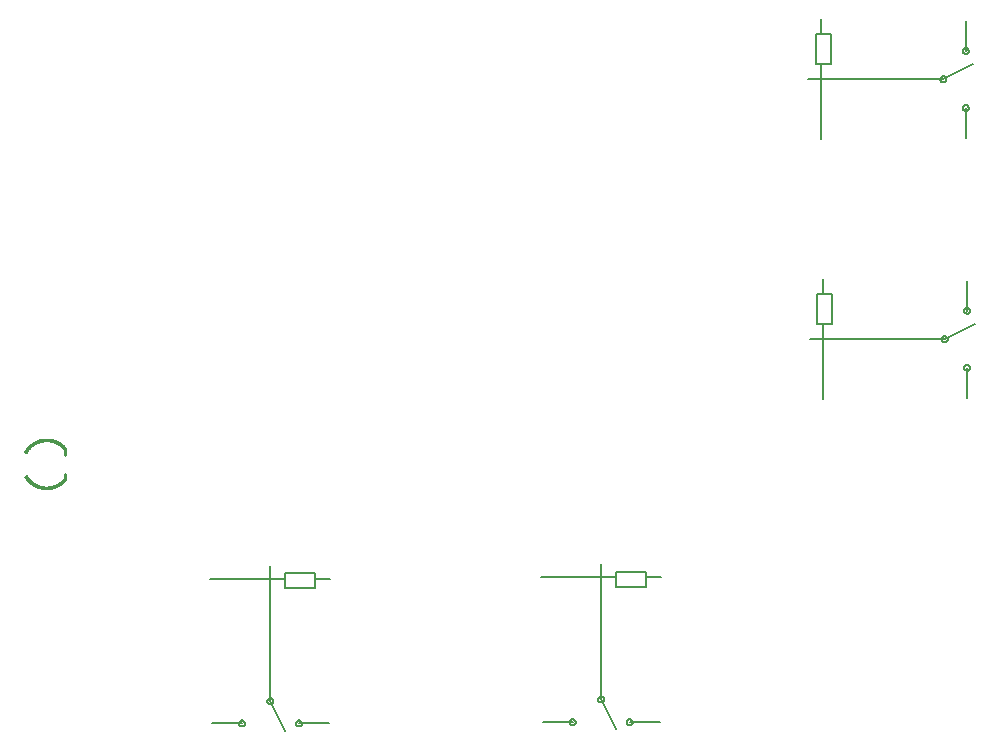
<source format=gbr>
G04 EAGLE Gerber RS-274X export*
G75*
%MOMM*%
%FSLAX34Y34*%
%LPD*%
%INSilkscreen Bottom*%
%IPPOS*%
%AMOC8*
5,1,8,0,0,1.08239X$1,22.5*%
G01*
%ADD10C,0.203200*%
%ADD11C,0.025400*%
%ADD12C,0.254000*%


D10*
X916860Y625700D02*
X916862Y625800D01*
X916868Y625901D01*
X916878Y626000D01*
X916892Y626100D01*
X916909Y626199D01*
X916931Y626297D01*
X916957Y626394D01*
X916986Y626490D01*
X917019Y626584D01*
X917056Y626678D01*
X917096Y626770D01*
X917140Y626860D01*
X917188Y626948D01*
X917239Y627035D01*
X917293Y627119D01*
X917351Y627201D01*
X917412Y627281D01*
X917476Y627358D01*
X917543Y627433D01*
X917613Y627505D01*
X917686Y627574D01*
X917761Y627640D01*
X917839Y627704D01*
X917919Y627764D01*
X918002Y627821D01*
X918087Y627874D01*
X918174Y627924D01*
X918263Y627971D01*
X918353Y628014D01*
X918445Y628054D01*
X918539Y628090D01*
X918634Y628122D01*
X918730Y628150D01*
X918828Y628175D01*
X918926Y628195D01*
X919025Y628212D01*
X919125Y628225D01*
X919224Y628234D01*
X919325Y628239D01*
X919425Y628240D01*
X919525Y628237D01*
X919626Y628230D01*
X919725Y628219D01*
X919825Y628204D01*
X919923Y628186D01*
X920021Y628163D01*
X920118Y628136D01*
X920213Y628106D01*
X920308Y628072D01*
X920401Y628034D01*
X920492Y627993D01*
X920582Y627948D01*
X920670Y627900D01*
X920756Y627848D01*
X920840Y627793D01*
X920921Y627734D01*
X921000Y627672D01*
X921077Y627608D01*
X921151Y627540D01*
X921222Y627469D01*
X921291Y627396D01*
X921356Y627320D01*
X921419Y627241D01*
X921478Y627160D01*
X921534Y627077D01*
X921587Y626992D01*
X921636Y626904D01*
X921682Y626815D01*
X921724Y626724D01*
X921763Y626631D01*
X921798Y626537D01*
X921829Y626442D01*
X921857Y626345D01*
X921880Y626248D01*
X921900Y626149D01*
X921916Y626050D01*
X921928Y625951D01*
X921936Y625850D01*
X921940Y625750D01*
X921940Y625650D01*
X921936Y625550D01*
X921928Y625449D01*
X921916Y625350D01*
X921900Y625251D01*
X921880Y625152D01*
X921857Y625055D01*
X921829Y624958D01*
X921798Y624863D01*
X921763Y624769D01*
X921724Y624676D01*
X921682Y624585D01*
X921636Y624496D01*
X921587Y624408D01*
X921534Y624323D01*
X921478Y624240D01*
X921419Y624159D01*
X921356Y624080D01*
X921291Y624004D01*
X921222Y623931D01*
X921151Y623860D01*
X921077Y623792D01*
X921000Y623728D01*
X920921Y623666D01*
X920840Y623607D01*
X920756Y623552D01*
X920670Y623500D01*
X920582Y623452D01*
X920492Y623407D01*
X920401Y623366D01*
X920308Y623328D01*
X920213Y623294D01*
X920118Y623264D01*
X920021Y623237D01*
X919923Y623214D01*
X919825Y623196D01*
X919725Y623181D01*
X919626Y623170D01*
X919525Y623163D01*
X919425Y623160D01*
X919325Y623161D01*
X919224Y623166D01*
X919125Y623175D01*
X919025Y623188D01*
X918926Y623205D01*
X918828Y623225D01*
X918730Y623250D01*
X918634Y623278D01*
X918539Y623310D01*
X918445Y623346D01*
X918353Y623386D01*
X918263Y623429D01*
X918174Y623476D01*
X918087Y623526D01*
X918002Y623579D01*
X917919Y623636D01*
X917839Y623696D01*
X917761Y623760D01*
X917686Y623826D01*
X917613Y623895D01*
X917543Y623967D01*
X917476Y624042D01*
X917412Y624119D01*
X917351Y624199D01*
X917293Y624281D01*
X917239Y624365D01*
X917188Y624452D01*
X917140Y624540D01*
X917096Y624630D01*
X917056Y624722D01*
X917019Y624816D01*
X916986Y624910D01*
X916957Y625006D01*
X916931Y625103D01*
X916909Y625201D01*
X916892Y625300D01*
X916878Y625400D01*
X916868Y625499D01*
X916862Y625600D01*
X916860Y625700D01*
X935910Y601570D02*
X935912Y601670D01*
X935918Y601771D01*
X935928Y601870D01*
X935942Y601970D01*
X935959Y602069D01*
X935981Y602167D01*
X936007Y602264D01*
X936036Y602360D01*
X936069Y602454D01*
X936106Y602548D01*
X936146Y602640D01*
X936190Y602730D01*
X936238Y602818D01*
X936289Y602905D01*
X936343Y602989D01*
X936401Y603071D01*
X936462Y603151D01*
X936526Y603228D01*
X936593Y603303D01*
X936663Y603375D01*
X936736Y603444D01*
X936811Y603510D01*
X936889Y603574D01*
X936969Y603634D01*
X937052Y603691D01*
X937137Y603744D01*
X937224Y603794D01*
X937313Y603841D01*
X937403Y603884D01*
X937495Y603924D01*
X937589Y603960D01*
X937684Y603992D01*
X937780Y604020D01*
X937878Y604045D01*
X937976Y604065D01*
X938075Y604082D01*
X938175Y604095D01*
X938274Y604104D01*
X938375Y604109D01*
X938475Y604110D01*
X938575Y604107D01*
X938676Y604100D01*
X938775Y604089D01*
X938875Y604074D01*
X938973Y604056D01*
X939071Y604033D01*
X939168Y604006D01*
X939263Y603976D01*
X939358Y603942D01*
X939451Y603904D01*
X939542Y603863D01*
X939632Y603818D01*
X939720Y603770D01*
X939806Y603718D01*
X939890Y603663D01*
X939971Y603604D01*
X940050Y603542D01*
X940127Y603478D01*
X940201Y603410D01*
X940272Y603339D01*
X940341Y603266D01*
X940406Y603190D01*
X940469Y603111D01*
X940528Y603030D01*
X940584Y602947D01*
X940637Y602862D01*
X940686Y602774D01*
X940732Y602685D01*
X940774Y602594D01*
X940813Y602501D01*
X940848Y602407D01*
X940879Y602312D01*
X940907Y602215D01*
X940930Y602118D01*
X940950Y602019D01*
X940966Y601920D01*
X940978Y601821D01*
X940986Y601720D01*
X940990Y601620D01*
X940990Y601520D01*
X940986Y601420D01*
X940978Y601319D01*
X940966Y601220D01*
X940950Y601121D01*
X940930Y601022D01*
X940907Y600925D01*
X940879Y600828D01*
X940848Y600733D01*
X940813Y600639D01*
X940774Y600546D01*
X940732Y600455D01*
X940686Y600366D01*
X940637Y600278D01*
X940584Y600193D01*
X940528Y600110D01*
X940469Y600029D01*
X940406Y599950D01*
X940341Y599874D01*
X940272Y599801D01*
X940201Y599730D01*
X940127Y599662D01*
X940050Y599598D01*
X939971Y599536D01*
X939890Y599477D01*
X939806Y599422D01*
X939720Y599370D01*
X939632Y599322D01*
X939542Y599277D01*
X939451Y599236D01*
X939358Y599198D01*
X939263Y599164D01*
X939168Y599134D01*
X939071Y599107D01*
X938973Y599084D01*
X938875Y599066D01*
X938775Y599051D01*
X938676Y599040D01*
X938575Y599033D01*
X938475Y599030D01*
X938375Y599031D01*
X938274Y599036D01*
X938175Y599045D01*
X938075Y599058D01*
X937976Y599075D01*
X937878Y599095D01*
X937780Y599120D01*
X937684Y599148D01*
X937589Y599180D01*
X937495Y599216D01*
X937403Y599256D01*
X937313Y599299D01*
X937224Y599346D01*
X937137Y599396D01*
X937052Y599449D01*
X936969Y599506D01*
X936889Y599566D01*
X936811Y599630D01*
X936736Y599696D01*
X936663Y599765D01*
X936593Y599837D01*
X936526Y599912D01*
X936462Y599989D01*
X936401Y600069D01*
X936343Y600151D01*
X936289Y600235D01*
X936238Y600322D01*
X936190Y600410D01*
X936146Y600500D01*
X936106Y600592D01*
X936069Y600686D01*
X936036Y600780D01*
X936007Y600876D01*
X935981Y600973D01*
X935959Y601071D01*
X935942Y601170D01*
X935928Y601270D01*
X935918Y601369D01*
X935912Y601470D01*
X935910Y601570D01*
X935910Y649830D02*
X935912Y649930D01*
X935918Y650031D01*
X935928Y650130D01*
X935942Y650230D01*
X935959Y650329D01*
X935981Y650427D01*
X936007Y650524D01*
X936036Y650620D01*
X936069Y650714D01*
X936106Y650808D01*
X936146Y650900D01*
X936190Y650990D01*
X936238Y651078D01*
X936289Y651165D01*
X936343Y651249D01*
X936401Y651331D01*
X936462Y651411D01*
X936526Y651488D01*
X936593Y651563D01*
X936663Y651635D01*
X936736Y651704D01*
X936811Y651770D01*
X936889Y651834D01*
X936969Y651894D01*
X937052Y651951D01*
X937137Y652004D01*
X937224Y652054D01*
X937313Y652101D01*
X937403Y652144D01*
X937495Y652184D01*
X937589Y652220D01*
X937684Y652252D01*
X937780Y652280D01*
X937878Y652305D01*
X937976Y652325D01*
X938075Y652342D01*
X938175Y652355D01*
X938274Y652364D01*
X938375Y652369D01*
X938475Y652370D01*
X938575Y652367D01*
X938676Y652360D01*
X938775Y652349D01*
X938875Y652334D01*
X938973Y652316D01*
X939071Y652293D01*
X939168Y652266D01*
X939263Y652236D01*
X939358Y652202D01*
X939451Y652164D01*
X939542Y652123D01*
X939632Y652078D01*
X939720Y652030D01*
X939806Y651978D01*
X939890Y651923D01*
X939971Y651864D01*
X940050Y651802D01*
X940127Y651738D01*
X940201Y651670D01*
X940272Y651599D01*
X940341Y651526D01*
X940406Y651450D01*
X940469Y651371D01*
X940528Y651290D01*
X940584Y651207D01*
X940637Y651122D01*
X940686Y651034D01*
X940732Y650945D01*
X940774Y650854D01*
X940813Y650761D01*
X940848Y650667D01*
X940879Y650572D01*
X940907Y650475D01*
X940930Y650378D01*
X940950Y650279D01*
X940966Y650180D01*
X940978Y650081D01*
X940986Y649980D01*
X940990Y649880D01*
X940990Y649780D01*
X940986Y649680D01*
X940978Y649579D01*
X940966Y649480D01*
X940950Y649381D01*
X940930Y649282D01*
X940907Y649185D01*
X940879Y649088D01*
X940848Y648993D01*
X940813Y648899D01*
X940774Y648806D01*
X940732Y648715D01*
X940686Y648626D01*
X940637Y648538D01*
X940584Y648453D01*
X940528Y648370D01*
X940469Y648289D01*
X940406Y648210D01*
X940341Y648134D01*
X940272Y648061D01*
X940201Y647990D01*
X940127Y647922D01*
X940050Y647858D01*
X939971Y647796D01*
X939890Y647737D01*
X939806Y647682D01*
X939720Y647630D01*
X939632Y647582D01*
X939542Y647537D01*
X939451Y647496D01*
X939358Y647458D01*
X939263Y647424D01*
X939168Y647394D01*
X939071Y647367D01*
X938973Y647344D01*
X938875Y647326D01*
X938775Y647311D01*
X938676Y647300D01*
X938575Y647293D01*
X938475Y647290D01*
X938375Y647291D01*
X938274Y647296D01*
X938175Y647305D01*
X938075Y647318D01*
X937976Y647335D01*
X937878Y647355D01*
X937780Y647380D01*
X937684Y647408D01*
X937589Y647440D01*
X937495Y647476D01*
X937403Y647516D01*
X937313Y647559D01*
X937224Y647606D01*
X937137Y647656D01*
X937052Y647709D01*
X936969Y647766D01*
X936889Y647826D01*
X936811Y647890D01*
X936736Y647956D01*
X936663Y648025D01*
X936593Y648097D01*
X936526Y648172D01*
X936462Y648249D01*
X936401Y648329D01*
X936343Y648411D01*
X936289Y648495D01*
X936238Y648582D01*
X936190Y648670D01*
X936146Y648760D01*
X936106Y648852D01*
X936069Y648946D01*
X936036Y649040D01*
X936007Y649136D01*
X935981Y649233D01*
X935959Y649331D01*
X935942Y649430D01*
X935928Y649530D01*
X935918Y649629D01*
X935912Y649730D01*
X935910Y649830D01*
X919400Y625700D02*
X805100Y625700D01*
X938450Y601570D02*
X938450Y576170D01*
X938450Y649830D02*
X938450Y675230D01*
X944800Y638400D02*
X919400Y625700D01*
X816100Y638400D02*
X816100Y574900D01*
X816100Y663800D02*
X816100Y676500D01*
X824150Y663800D02*
X824150Y638400D01*
X824150Y663800D02*
X811450Y663800D01*
X811450Y638400D01*
X824150Y638400D01*
X918160Y405700D02*
X918162Y405800D01*
X918168Y405901D01*
X918178Y406000D01*
X918192Y406100D01*
X918209Y406199D01*
X918231Y406297D01*
X918257Y406394D01*
X918286Y406490D01*
X918319Y406584D01*
X918356Y406678D01*
X918396Y406770D01*
X918440Y406860D01*
X918488Y406948D01*
X918539Y407035D01*
X918593Y407119D01*
X918651Y407201D01*
X918712Y407281D01*
X918776Y407358D01*
X918843Y407433D01*
X918913Y407505D01*
X918986Y407574D01*
X919061Y407640D01*
X919139Y407704D01*
X919219Y407764D01*
X919302Y407821D01*
X919387Y407874D01*
X919474Y407924D01*
X919563Y407971D01*
X919653Y408014D01*
X919745Y408054D01*
X919839Y408090D01*
X919934Y408122D01*
X920030Y408150D01*
X920128Y408175D01*
X920226Y408195D01*
X920325Y408212D01*
X920425Y408225D01*
X920524Y408234D01*
X920625Y408239D01*
X920725Y408240D01*
X920825Y408237D01*
X920926Y408230D01*
X921025Y408219D01*
X921125Y408204D01*
X921223Y408186D01*
X921321Y408163D01*
X921418Y408136D01*
X921513Y408106D01*
X921608Y408072D01*
X921701Y408034D01*
X921792Y407993D01*
X921882Y407948D01*
X921970Y407900D01*
X922056Y407848D01*
X922140Y407793D01*
X922221Y407734D01*
X922300Y407672D01*
X922377Y407608D01*
X922451Y407540D01*
X922522Y407469D01*
X922591Y407396D01*
X922656Y407320D01*
X922719Y407241D01*
X922778Y407160D01*
X922834Y407077D01*
X922887Y406992D01*
X922936Y406904D01*
X922982Y406815D01*
X923024Y406724D01*
X923063Y406631D01*
X923098Y406537D01*
X923129Y406442D01*
X923157Y406345D01*
X923180Y406248D01*
X923200Y406149D01*
X923216Y406050D01*
X923228Y405951D01*
X923236Y405850D01*
X923240Y405750D01*
X923240Y405650D01*
X923236Y405550D01*
X923228Y405449D01*
X923216Y405350D01*
X923200Y405251D01*
X923180Y405152D01*
X923157Y405055D01*
X923129Y404958D01*
X923098Y404863D01*
X923063Y404769D01*
X923024Y404676D01*
X922982Y404585D01*
X922936Y404496D01*
X922887Y404408D01*
X922834Y404323D01*
X922778Y404240D01*
X922719Y404159D01*
X922656Y404080D01*
X922591Y404004D01*
X922522Y403931D01*
X922451Y403860D01*
X922377Y403792D01*
X922300Y403728D01*
X922221Y403666D01*
X922140Y403607D01*
X922056Y403552D01*
X921970Y403500D01*
X921882Y403452D01*
X921792Y403407D01*
X921701Y403366D01*
X921608Y403328D01*
X921513Y403294D01*
X921418Y403264D01*
X921321Y403237D01*
X921223Y403214D01*
X921125Y403196D01*
X921025Y403181D01*
X920926Y403170D01*
X920825Y403163D01*
X920725Y403160D01*
X920625Y403161D01*
X920524Y403166D01*
X920425Y403175D01*
X920325Y403188D01*
X920226Y403205D01*
X920128Y403225D01*
X920030Y403250D01*
X919934Y403278D01*
X919839Y403310D01*
X919745Y403346D01*
X919653Y403386D01*
X919563Y403429D01*
X919474Y403476D01*
X919387Y403526D01*
X919302Y403579D01*
X919219Y403636D01*
X919139Y403696D01*
X919061Y403760D01*
X918986Y403826D01*
X918913Y403895D01*
X918843Y403967D01*
X918776Y404042D01*
X918712Y404119D01*
X918651Y404199D01*
X918593Y404281D01*
X918539Y404365D01*
X918488Y404452D01*
X918440Y404540D01*
X918396Y404630D01*
X918356Y404722D01*
X918319Y404816D01*
X918286Y404910D01*
X918257Y405006D01*
X918231Y405103D01*
X918209Y405201D01*
X918192Y405300D01*
X918178Y405400D01*
X918168Y405499D01*
X918162Y405600D01*
X918160Y405700D01*
X937210Y381570D02*
X937212Y381670D01*
X937218Y381771D01*
X937228Y381870D01*
X937242Y381970D01*
X937259Y382069D01*
X937281Y382167D01*
X937307Y382264D01*
X937336Y382360D01*
X937369Y382454D01*
X937406Y382548D01*
X937446Y382640D01*
X937490Y382730D01*
X937538Y382818D01*
X937589Y382905D01*
X937643Y382989D01*
X937701Y383071D01*
X937762Y383151D01*
X937826Y383228D01*
X937893Y383303D01*
X937963Y383375D01*
X938036Y383444D01*
X938111Y383510D01*
X938189Y383574D01*
X938269Y383634D01*
X938352Y383691D01*
X938437Y383744D01*
X938524Y383794D01*
X938613Y383841D01*
X938703Y383884D01*
X938795Y383924D01*
X938889Y383960D01*
X938984Y383992D01*
X939080Y384020D01*
X939178Y384045D01*
X939276Y384065D01*
X939375Y384082D01*
X939475Y384095D01*
X939574Y384104D01*
X939675Y384109D01*
X939775Y384110D01*
X939875Y384107D01*
X939976Y384100D01*
X940075Y384089D01*
X940175Y384074D01*
X940273Y384056D01*
X940371Y384033D01*
X940468Y384006D01*
X940563Y383976D01*
X940658Y383942D01*
X940751Y383904D01*
X940842Y383863D01*
X940932Y383818D01*
X941020Y383770D01*
X941106Y383718D01*
X941190Y383663D01*
X941271Y383604D01*
X941350Y383542D01*
X941427Y383478D01*
X941501Y383410D01*
X941572Y383339D01*
X941641Y383266D01*
X941706Y383190D01*
X941769Y383111D01*
X941828Y383030D01*
X941884Y382947D01*
X941937Y382862D01*
X941986Y382774D01*
X942032Y382685D01*
X942074Y382594D01*
X942113Y382501D01*
X942148Y382407D01*
X942179Y382312D01*
X942207Y382215D01*
X942230Y382118D01*
X942250Y382019D01*
X942266Y381920D01*
X942278Y381821D01*
X942286Y381720D01*
X942290Y381620D01*
X942290Y381520D01*
X942286Y381420D01*
X942278Y381319D01*
X942266Y381220D01*
X942250Y381121D01*
X942230Y381022D01*
X942207Y380925D01*
X942179Y380828D01*
X942148Y380733D01*
X942113Y380639D01*
X942074Y380546D01*
X942032Y380455D01*
X941986Y380366D01*
X941937Y380278D01*
X941884Y380193D01*
X941828Y380110D01*
X941769Y380029D01*
X941706Y379950D01*
X941641Y379874D01*
X941572Y379801D01*
X941501Y379730D01*
X941427Y379662D01*
X941350Y379598D01*
X941271Y379536D01*
X941190Y379477D01*
X941106Y379422D01*
X941020Y379370D01*
X940932Y379322D01*
X940842Y379277D01*
X940751Y379236D01*
X940658Y379198D01*
X940563Y379164D01*
X940468Y379134D01*
X940371Y379107D01*
X940273Y379084D01*
X940175Y379066D01*
X940075Y379051D01*
X939976Y379040D01*
X939875Y379033D01*
X939775Y379030D01*
X939675Y379031D01*
X939574Y379036D01*
X939475Y379045D01*
X939375Y379058D01*
X939276Y379075D01*
X939178Y379095D01*
X939080Y379120D01*
X938984Y379148D01*
X938889Y379180D01*
X938795Y379216D01*
X938703Y379256D01*
X938613Y379299D01*
X938524Y379346D01*
X938437Y379396D01*
X938352Y379449D01*
X938269Y379506D01*
X938189Y379566D01*
X938111Y379630D01*
X938036Y379696D01*
X937963Y379765D01*
X937893Y379837D01*
X937826Y379912D01*
X937762Y379989D01*
X937701Y380069D01*
X937643Y380151D01*
X937589Y380235D01*
X937538Y380322D01*
X937490Y380410D01*
X937446Y380500D01*
X937406Y380592D01*
X937369Y380686D01*
X937336Y380780D01*
X937307Y380876D01*
X937281Y380973D01*
X937259Y381071D01*
X937242Y381170D01*
X937228Y381270D01*
X937218Y381369D01*
X937212Y381470D01*
X937210Y381570D01*
X937210Y429830D02*
X937212Y429930D01*
X937218Y430031D01*
X937228Y430130D01*
X937242Y430230D01*
X937259Y430329D01*
X937281Y430427D01*
X937307Y430524D01*
X937336Y430620D01*
X937369Y430714D01*
X937406Y430808D01*
X937446Y430900D01*
X937490Y430990D01*
X937538Y431078D01*
X937589Y431165D01*
X937643Y431249D01*
X937701Y431331D01*
X937762Y431411D01*
X937826Y431488D01*
X937893Y431563D01*
X937963Y431635D01*
X938036Y431704D01*
X938111Y431770D01*
X938189Y431834D01*
X938269Y431894D01*
X938352Y431951D01*
X938437Y432004D01*
X938524Y432054D01*
X938613Y432101D01*
X938703Y432144D01*
X938795Y432184D01*
X938889Y432220D01*
X938984Y432252D01*
X939080Y432280D01*
X939178Y432305D01*
X939276Y432325D01*
X939375Y432342D01*
X939475Y432355D01*
X939574Y432364D01*
X939675Y432369D01*
X939775Y432370D01*
X939875Y432367D01*
X939976Y432360D01*
X940075Y432349D01*
X940175Y432334D01*
X940273Y432316D01*
X940371Y432293D01*
X940468Y432266D01*
X940563Y432236D01*
X940658Y432202D01*
X940751Y432164D01*
X940842Y432123D01*
X940932Y432078D01*
X941020Y432030D01*
X941106Y431978D01*
X941190Y431923D01*
X941271Y431864D01*
X941350Y431802D01*
X941427Y431738D01*
X941501Y431670D01*
X941572Y431599D01*
X941641Y431526D01*
X941706Y431450D01*
X941769Y431371D01*
X941828Y431290D01*
X941884Y431207D01*
X941937Y431122D01*
X941986Y431034D01*
X942032Y430945D01*
X942074Y430854D01*
X942113Y430761D01*
X942148Y430667D01*
X942179Y430572D01*
X942207Y430475D01*
X942230Y430378D01*
X942250Y430279D01*
X942266Y430180D01*
X942278Y430081D01*
X942286Y429980D01*
X942290Y429880D01*
X942290Y429780D01*
X942286Y429680D01*
X942278Y429579D01*
X942266Y429480D01*
X942250Y429381D01*
X942230Y429282D01*
X942207Y429185D01*
X942179Y429088D01*
X942148Y428993D01*
X942113Y428899D01*
X942074Y428806D01*
X942032Y428715D01*
X941986Y428626D01*
X941937Y428538D01*
X941884Y428453D01*
X941828Y428370D01*
X941769Y428289D01*
X941706Y428210D01*
X941641Y428134D01*
X941572Y428061D01*
X941501Y427990D01*
X941427Y427922D01*
X941350Y427858D01*
X941271Y427796D01*
X941190Y427737D01*
X941106Y427682D01*
X941020Y427630D01*
X940932Y427582D01*
X940842Y427537D01*
X940751Y427496D01*
X940658Y427458D01*
X940563Y427424D01*
X940468Y427394D01*
X940371Y427367D01*
X940273Y427344D01*
X940175Y427326D01*
X940075Y427311D01*
X939976Y427300D01*
X939875Y427293D01*
X939775Y427290D01*
X939675Y427291D01*
X939574Y427296D01*
X939475Y427305D01*
X939375Y427318D01*
X939276Y427335D01*
X939178Y427355D01*
X939080Y427380D01*
X938984Y427408D01*
X938889Y427440D01*
X938795Y427476D01*
X938703Y427516D01*
X938613Y427559D01*
X938524Y427606D01*
X938437Y427656D01*
X938352Y427709D01*
X938269Y427766D01*
X938189Y427826D01*
X938111Y427890D01*
X938036Y427956D01*
X937963Y428025D01*
X937893Y428097D01*
X937826Y428172D01*
X937762Y428249D01*
X937701Y428329D01*
X937643Y428411D01*
X937589Y428495D01*
X937538Y428582D01*
X937490Y428670D01*
X937446Y428760D01*
X937406Y428852D01*
X937369Y428946D01*
X937336Y429040D01*
X937307Y429136D01*
X937281Y429233D01*
X937259Y429331D01*
X937242Y429430D01*
X937228Y429530D01*
X937218Y429629D01*
X937212Y429730D01*
X937210Y429830D01*
X920700Y405700D02*
X806400Y405700D01*
X939750Y381570D02*
X939750Y356170D01*
X939750Y429830D02*
X939750Y455230D01*
X946100Y418400D02*
X920700Y405700D01*
X817400Y418400D02*
X817400Y354900D01*
X817400Y443800D02*
X817400Y456500D01*
X825450Y443800D02*
X825450Y418400D01*
X825450Y443800D02*
X812750Y443800D01*
X812750Y418400D01*
X825450Y418400D01*
X627260Y100600D02*
X627262Y100700D01*
X627268Y100801D01*
X627278Y100900D01*
X627292Y101000D01*
X627309Y101099D01*
X627331Y101197D01*
X627357Y101294D01*
X627386Y101390D01*
X627419Y101484D01*
X627456Y101578D01*
X627496Y101670D01*
X627540Y101760D01*
X627588Y101848D01*
X627639Y101935D01*
X627693Y102019D01*
X627751Y102101D01*
X627812Y102181D01*
X627876Y102258D01*
X627943Y102333D01*
X628013Y102405D01*
X628086Y102474D01*
X628161Y102540D01*
X628239Y102604D01*
X628319Y102664D01*
X628402Y102721D01*
X628487Y102774D01*
X628574Y102824D01*
X628663Y102871D01*
X628753Y102914D01*
X628845Y102954D01*
X628939Y102990D01*
X629034Y103022D01*
X629130Y103050D01*
X629228Y103075D01*
X629326Y103095D01*
X629425Y103112D01*
X629525Y103125D01*
X629624Y103134D01*
X629725Y103139D01*
X629825Y103140D01*
X629925Y103137D01*
X630026Y103130D01*
X630125Y103119D01*
X630225Y103104D01*
X630323Y103086D01*
X630421Y103063D01*
X630518Y103036D01*
X630613Y103006D01*
X630708Y102972D01*
X630801Y102934D01*
X630892Y102893D01*
X630982Y102848D01*
X631070Y102800D01*
X631156Y102748D01*
X631240Y102693D01*
X631321Y102634D01*
X631400Y102572D01*
X631477Y102508D01*
X631551Y102440D01*
X631622Y102369D01*
X631691Y102296D01*
X631756Y102220D01*
X631819Y102141D01*
X631878Y102060D01*
X631934Y101977D01*
X631987Y101892D01*
X632036Y101804D01*
X632082Y101715D01*
X632124Y101624D01*
X632163Y101531D01*
X632198Y101437D01*
X632229Y101342D01*
X632257Y101245D01*
X632280Y101148D01*
X632300Y101049D01*
X632316Y100950D01*
X632328Y100851D01*
X632336Y100750D01*
X632340Y100650D01*
X632340Y100550D01*
X632336Y100450D01*
X632328Y100349D01*
X632316Y100250D01*
X632300Y100151D01*
X632280Y100052D01*
X632257Y99955D01*
X632229Y99858D01*
X632198Y99763D01*
X632163Y99669D01*
X632124Y99576D01*
X632082Y99485D01*
X632036Y99396D01*
X631987Y99308D01*
X631934Y99223D01*
X631878Y99140D01*
X631819Y99059D01*
X631756Y98980D01*
X631691Y98904D01*
X631622Y98831D01*
X631551Y98760D01*
X631477Y98692D01*
X631400Y98628D01*
X631321Y98566D01*
X631240Y98507D01*
X631156Y98452D01*
X631070Y98400D01*
X630982Y98352D01*
X630892Y98307D01*
X630801Y98266D01*
X630708Y98228D01*
X630613Y98194D01*
X630518Y98164D01*
X630421Y98137D01*
X630323Y98114D01*
X630225Y98096D01*
X630125Y98081D01*
X630026Y98070D01*
X629925Y98063D01*
X629825Y98060D01*
X629725Y98061D01*
X629624Y98066D01*
X629525Y98075D01*
X629425Y98088D01*
X629326Y98105D01*
X629228Y98125D01*
X629130Y98150D01*
X629034Y98178D01*
X628939Y98210D01*
X628845Y98246D01*
X628753Y98286D01*
X628663Y98329D01*
X628574Y98376D01*
X628487Y98426D01*
X628402Y98479D01*
X628319Y98536D01*
X628239Y98596D01*
X628161Y98660D01*
X628086Y98726D01*
X628013Y98795D01*
X627943Y98867D01*
X627876Y98942D01*
X627812Y99019D01*
X627751Y99099D01*
X627693Y99181D01*
X627639Y99265D01*
X627588Y99352D01*
X627540Y99440D01*
X627496Y99530D01*
X627456Y99622D01*
X627419Y99716D01*
X627386Y99810D01*
X627357Y99906D01*
X627331Y100003D01*
X627309Y100101D01*
X627292Y100200D01*
X627278Y100300D01*
X627268Y100399D01*
X627262Y100500D01*
X627260Y100600D01*
X603130Y81550D02*
X603132Y81650D01*
X603138Y81751D01*
X603148Y81850D01*
X603162Y81950D01*
X603179Y82049D01*
X603201Y82147D01*
X603227Y82244D01*
X603256Y82340D01*
X603289Y82434D01*
X603326Y82528D01*
X603366Y82620D01*
X603410Y82710D01*
X603458Y82798D01*
X603509Y82885D01*
X603563Y82969D01*
X603621Y83051D01*
X603682Y83131D01*
X603746Y83208D01*
X603813Y83283D01*
X603883Y83355D01*
X603956Y83424D01*
X604031Y83490D01*
X604109Y83554D01*
X604189Y83614D01*
X604272Y83671D01*
X604357Y83724D01*
X604444Y83774D01*
X604533Y83821D01*
X604623Y83864D01*
X604715Y83904D01*
X604809Y83940D01*
X604904Y83972D01*
X605000Y84000D01*
X605098Y84025D01*
X605196Y84045D01*
X605295Y84062D01*
X605395Y84075D01*
X605494Y84084D01*
X605595Y84089D01*
X605695Y84090D01*
X605795Y84087D01*
X605896Y84080D01*
X605995Y84069D01*
X606095Y84054D01*
X606193Y84036D01*
X606291Y84013D01*
X606388Y83986D01*
X606483Y83956D01*
X606578Y83922D01*
X606671Y83884D01*
X606762Y83843D01*
X606852Y83798D01*
X606940Y83750D01*
X607026Y83698D01*
X607110Y83643D01*
X607191Y83584D01*
X607270Y83522D01*
X607347Y83458D01*
X607421Y83390D01*
X607492Y83319D01*
X607561Y83246D01*
X607626Y83170D01*
X607689Y83091D01*
X607748Y83010D01*
X607804Y82927D01*
X607857Y82842D01*
X607906Y82754D01*
X607952Y82665D01*
X607994Y82574D01*
X608033Y82481D01*
X608068Y82387D01*
X608099Y82292D01*
X608127Y82195D01*
X608150Y82098D01*
X608170Y81999D01*
X608186Y81900D01*
X608198Y81801D01*
X608206Y81700D01*
X608210Y81600D01*
X608210Y81500D01*
X608206Y81400D01*
X608198Y81299D01*
X608186Y81200D01*
X608170Y81101D01*
X608150Y81002D01*
X608127Y80905D01*
X608099Y80808D01*
X608068Y80713D01*
X608033Y80619D01*
X607994Y80526D01*
X607952Y80435D01*
X607906Y80346D01*
X607857Y80258D01*
X607804Y80173D01*
X607748Y80090D01*
X607689Y80009D01*
X607626Y79930D01*
X607561Y79854D01*
X607492Y79781D01*
X607421Y79710D01*
X607347Y79642D01*
X607270Y79578D01*
X607191Y79516D01*
X607110Y79457D01*
X607026Y79402D01*
X606940Y79350D01*
X606852Y79302D01*
X606762Y79257D01*
X606671Y79216D01*
X606578Y79178D01*
X606483Y79144D01*
X606388Y79114D01*
X606291Y79087D01*
X606193Y79064D01*
X606095Y79046D01*
X605995Y79031D01*
X605896Y79020D01*
X605795Y79013D01*
X605695Y79010D01*
X605595Y79011D01*
X605494Y79016D01*
X605395Y79025D01*
X605295Y79038D01*
X605196Y79055D01*
X605098Y79075D01*
X605000Y79100D01*
X604904Y79128D01*
X604809Y79160D01*
X604715Y79196D01*
X604623Y79236D01*
X604533Y79279D01*
X604444Y79326D01*
X604357Y79376D01*
X604272Y79429D01*
X604189Y79486D01*
X604109Y79546D01*
X604031Y79610D01*
X603956Y79676D01*
X603883Y79745D01*
X603813Y79817D01*
X603746Y79892D01*
X603682Y79969D01*
X603621Y80049D01*
X603563Y80131D01*
X603509Y80215D01*
X603458Y80302D01*
X603410Y80390D01*
X603366Y80480D01*
X603326Y80572D01*
X603289Y80666D01*
X603256Y80760D01*
X603227Y80856D01*
X603201Y80953D01*
X603179Y81051D01*
X603162Y81150D01*
X603148Y81250D01*
X603138Y81349D01*
X603132Y81450D01*
X603130Y81550D01*
X651390Y81550D02*
X651392Y81650D01*
X651398Y81751D01*
X651408Y81850D01*
X651422Y81950D01*
X651439Y82049D01*
X651461Y82147D01*
X651487Y82244D01*
X651516Y82340D01*
X651549Y82434D01*
X651586Y82528D01*
X651626Y82620D01*
X651670Y82710D01*
X651718Y82798D01*
X651769Y82885D01*
X651823Y82969D01*
X651881Y83051D01*
X651942Y83131D01*
X652006Y83208D01*
X652073Y83283D01*
X652143Y83355D01*
X652216Y83424D01*
X652291Y83490D01*
X652369Y83554D01*
X652449Y83614D01*
X652532Y83671D01*
X652617Y83724D01*
X652704Y83774D01*
X652793Y83821D01*
X652883Y83864D01*
X652975Y83904D01*
X653069Y83940D01*
X653164Y83972D01*
X653260Y84000D01*
X653358Y84025D01*
X653456Y84045D01*
X653555Y84062D01*
X653655Y84075D01*
X653754Y84084D01*
X653855Y84089D01*
X653955Y84090D01*
X654055Y84087D01*
X654156Y84080D01*
X654255Y84069D01*
X654355Y84054D01*
X654453Y84036D01*
X654551Y84013D01*
X654648Y83986D01*
X654743Y83956D01*
X654838Y83922D01*
X654931Y83884D01*
X655022Y83843D01*
X655112Y83798D01*
X655200Y83750D01*
X655286Y83698D01*
X655370Y83643D01*
X655451Y83584D01*
X655530Y83522D01*
X655607Y83458D01*
X655681Y83390D01*
X655752Y83319D01*
X655821Y83246D01*
X655886Y83170D01*
X655949Y83091D01*
X656008Y83010D01*
X656064Y82927D01*
X656117Y82842D01*
X656166Y82754D01*
X656212Y82665D01*
X656254Y82574D01*
X656293Y82481D01*
X656328Y82387D01*
X656359Y82292D01*
X656387Y82195D01*
X656410Y82098D01*
X656430Y81999D01*
X656446Y81900D01*
X656458Y81801D01*
X656466Y81700D01*
X656470Y81600D01*
X656470Y81500D01*
X656466Y81400D01*
X656458Y81299D01*
X656446Y81200D01*
X656430Y81101D01*
X656410Y81002D01*
X656387Y80905D01*
X656359Y80808D01*
X656328Y80713D01*
X656293Y80619D01*
X656254Y80526D01*
X656212Y80435D01*
X656166Y80346D01*
X656117Y80258D01*
X656064Y80173D01*
X656008Y80090D01*
X655949Y80009D01*
X655886Y79930D01*
X655821Y79854D01*
X655752Y79781D01*
X655681Y79710D01*
X655607Y79642D01*
X655530Y79578D01*
X655451Y79516D01*
X655370Y79457D01*
X655286Y79402D01*
X655200Y79350D01*
X655112Y79302D01*
X655022Y79257D01*
X654931Y79216D01*
X654838Y79178D01*
X654743Y79144D01*
X654648Y79114D01*
X654551Y79087D01*
X654453Y79064D01*
X654355Y79046D01*
X654255Y79031D01*
X654156Y79020D01*
X654055Y79013D01*
X653955Y79010D01*
X653855Y79011D01*
X653754Y79016D01*
X653655Y79025D01*
X653555Y79038D01*
X653456Y79055D01*
X653358Y79075D01*
X653260Y79100D01*
X653164Y79128D01*
X653069Y79160D01*
X652975Y79196D01*
X652883Y79236D01*
X652793Y79279D01*
X652704Y79326D01*
X652617Y79376D01*
X652532Y79429D01*
X652449Y79486D01*
X652369Y79546D01*
X652291Y79610D01*
X652216Y79676D01*
X652143Y79745D01*
X652073Y79817D01*
X652006Y79892D01*
X651942Y79969D01*
X651881Y80049D01*
X651823Y80131D01*
X651769Y80215D01*
X651718Y80302D01*
X651670Y80390D01*
X651626Y80480D01*
X651586Y80572D01*
X651549Y80666D01*
X651516Y80760D01*
X651487Y80856D01*
X651461Y80953D01*
X651439Y81051D01*
X651422Y81150D01*
X651408Y81250D01*
X651398Y81349D01*
X651392Y81450D01*
X651390Y81550D01*
X629800Y100600D02*
X629800Y214900D01*
X605670Y81550D02*
X580270Y81550D01*
X653930Y81550D02*
X679330Y81550D01*
X642500Y75200D02*
X629800Y100600D01*
X642500Y203900D02*
X579000Y203900D01*
X667900Y203900D02*
X680600Y203900D01*
X667900Y195850D02*
X642500Y195850D01*
X667900Y195850D02*
X667900Y208550D01*
X642500Y208550D01*
X642500Y195850D01*
X347260Y99300D02*
X347262Y99400D01*
X347268Y99501D01*
X347278Y99600D01*
X347292Y99700D01*
X347309Y99799D01*
X347331Y99897D01*
X347357Y99994D01*
X347386Y100090D01*
X347419Y100184D01*
X347456Y100278D01*
X347496Y100370D01*
X347540Y100460D01*
X347588Y100548D01*
X347639Y100635D01*
X347693Y100719D01*
X347751Y100801D01*
X347812Y100881D01*
X347876Y100958D01*
X347943Y101033D01*
X348013Y101105D01*
X348086Y101174D01*
X348161Y101240D01*
X348239Y101304D01*
X348319Y101364D01*
X348402Y101421D01*
X348487Y101474D01*
X348574Y101524D01*
X348663Y101571D01*
X348753Y101614D01*
X348845Y101654D01*
X348939Y101690D01*
X349034Y101722D01*
X349130Y101750D01*
X349228Y101775D01*
X349326Y101795D01*
X349425Y101812D01*
X349525Y101825D01*
X349624Y101834D01*
X349725Y101839D01*
X349825Y101840D01*
X349925Y101837D01*
X350026Y101830D01*
X350125Y101819D01*
X350225Y101804D01*
X350323Y101786D01*
X350421Y101763D01*
X350518Y101736D01*
X350613Y101706D01*
X350708Y101672D01*
X350801Y101634D01*
X350892Y101593D01*
X350982Y101548D01*
X351070Y101500D01*
X351156Y101448D01*
X351240Y101393D01*
X351321Y101334D01*
X351400Y101272D01*
X351477Y101208D01*
X351551Y101140D01*
X351622Y101069D01*
X351691Y100996D01*
X351756Y100920D01*
X351819Y100841D01*
X351878Y100760D01*
X351934Y100677D01*
X351987Y100592D01*
X352036Y100504D01*
X352082Y100415D01*
X352124Y100324D01*
X352163Y100231D01*
X352198Y100137D01*
X352229Y100042D01*
X352257Y99945D01*
X352280Y99848D01*
X352300Y99749D01*
X352316Y99650D01*
X352328Y99551D01*
X352336Y99450D01*
X352340Y99350D01*
X352340Y99250D01*
X352336Y99150D01*
X352328Y99049D01*
X352316Y98950D01*
X352300Y98851D01*
X352280Y98752D01*
X352257Y98655D01*
X352229Y98558D01*
X352198Y98463D01*
X352163Y98369D01*
X352124Y98276D01*
X352082Y98185D01*
X352036Y98096D01*
X351987Y98008D01*
X351934Y97923D01*
X351878Y97840D01*
X351819Y97759D01*
X351756Y97680D01*
X351691Y97604D01*
X351622Y97531D01*
X351551Y97460D01*
X351477Y97392D01*
X351400Y97328D01*
X351321Y97266D01*
X351240Y97207D01*
X351156Y97152D01*
X351070Y97100D01*
X350982Y97052D01*
X350892Y97007D01*
X350801Y96966D01*
X350708Y96928D01*
X350613Y96894D01*
X350518Y96864D01*
X350421Y96837D01*
X350323Y96814D01*
X350225Y96796D01*
X350125Y96781D01*
X350026Y96770D01*
X349925Y96763D01*
X349825Y96760D01*
X349725Y96761D01*
X349624Y96766D01*
X349525Y96775D01*
X349425Y96788D01*
X349326Y96805D01*
X349228Y96825D01*
X349130Y96850D01*
X349034Y96878D01*
X348939Y96910D01*
X348845Y96946D01*
X348753Y96986D01*
X348663Y97029D01*
X348574Y97076D01*
X348487Y97126D01*
X348402Y97179D01*
X348319Y97236D01*
X348239Y97296D01*
X348161Y97360D01*
X348086Y97426D01*
X348013Y97495D01*
X347943Y97567D01*
X347876Y97642D01*
X347812Y97719D01*
X347751Y97799D01*
X347693Y97881D01*
X347639Y97965D01*
X347588Y98052D01*
X347540Y98140D01*
X347496Y98230D01*
X347456Y98322D01*
X347419Y98416D01*
X347386Y98510D01*
X347357Y98606D01*
X347331Y98703D01*
X347309Y98801D01*
X347292Y98900D01*
X347278Y99000D01*
X347268Y99099D01*
X347262Y99200D01*
X347260Y99300D01*
X323130Y80250D02*
X323132Y80350D01*
X323138Y80451D01*
X323148Y80550D01*
X323162Y80650D01*
X323179Y80749D01*
X323201Y80847D01*
X323227Y80944D01*
X323256Y81040D01*
X323289Y81134D01*
X323326Y81228D01*
X323366Y81320D01*
X323410Y81410D01*
X323458Y81498D01*
X323509Y81585D01*
X323563Y81669D01*
X323621Y81751D01*
X323682Y81831D01*
X323746Y81908D01*
X323813Y81983D01*
X323883Y82055D01*
X323956Y82124D01*
X324031Y82190D01*
X324109Y82254D01*
X324189Y82314D01*
X324272Y82371D01*
X324357Y82424D01*
X324444Y82474D01*
X324533Y82521D01*
X324623Y82564D01*
X324715Y82604D01*
X324809Y82640D01*
X324904Y82672D01*
X325000Y82700D01*
X325098Y82725D01*
X325196Y82745D01*
X325295Y82762D01*
X325395Y82775D01*
X325494Y82784D01*
X325595Y82789D01*
X325695Y82790D01*
X325795Y82787D01*
X325896Y82780D01*
X325995Y82769D01*
X326095Y82754D01*
X326193Y82736D01*
X326291Y82713D01*
X326388Y82686D01*
X326483Y82656D01*
X326578Y82622D01*
X326671Y82584D01*
X326762Y82543D01*
X326852Y82498D01*
X326940Y82450D01*
X327026Y82398D01*
X327110Y82343D01*
X327191Y82284D01*
X327270Y82222D01*
X327347Y82158D01*
X327421Y82090D01*
X327492Y82019D01*
X327561Y81946D01*
X327626Y81870D01*
X327689Y81791D01*
X327748Y81710D01*
X327804Y81627D01*
X327857Y81542D01*
X327906Y81454D01*
X327952Y81365D01*
X327994Y81274D01*
X328033Y81181D01*
X328068Y81087D01*
X328099Y80992D01*
X328127Y80895D01*
X328150Y80798D01*
X328170Y80699D01*
X328186Y80600D01*
X328198Y80501D01*
X328206Y80400D01*
X328210Y80300D01*
X328210Y80200D01*
X328206Y80100D01*
X328198Y79999D01*
X328186Y79900D01*
X328170Y79801D01*
X328150Y79702D01*
X328127Y79605D01*
X328099Y79508D01*
X328068Y79413D01*
X328033Y79319D01*
X327994Y79226D01*
X327952Y79135D01*
X327906Y79046D01*
X327857Y78958D01*
X327804Y78873D01*
X327748Y78790D01*
X327689Y78709D01*
X327626Y78630D01*
X327561Y78554D01*
X327492Y78481D01*
X327421Y78410D01*
X327347Y78342D01*
X327270Y78278D01*
X327191Y78216D01*
X327110Y78157D01*
X327026Y78102D01*
X326940Y78050D01*
X326852Y78002D01*
X326762Y77957D01*
X326671Y77916D01*
X326578Y77878D01*
X326483Y77844D01*
X326388Y77814D01*
X326291Y77787D01*
X326193Y77764D01*
X326095Y77746D01*
X325995Y77731D01*
X325896Y77720D01*
X325795Y77713D01*
X325695Y77710D01*
X325595Y77711D01*
X325494Y77716D01*
X325395Y77725D01*
X325295Y77738D01*
X325196Y77755D01*
X325098Y77775D01*
X325000Y77800D01*
X324904Y77828D01*
X324809Y77860D01*
X324715Y77896D01*
X324623Y77936D01*
X324533Y77979D01*
X324444Y78026D01*
X324357Y78076D01*
X324272Y78129D01*
X324189Y78186D01*
X324109Y78246D01*
X324031Y78310D01*
X323956Y78376D01*
X323883Y78445D01*
X323813Y78517D01*
X323746Y78592D01*
X323682Y78669D01*
X323621Y78749D01*
X323563Y78831D01*
X323509Y78915D01*
X323458Y79002D01*
X323410Y79090D01*
X323366Y79180D01*
X323326Y79272D01*
X323289Y79366D01*
X323256Y79460D01*
X323227Y79556D01*
X323201Y79653D01*
X323179Y79751D01*
X323162Y79850D01*
X323148Y79950D01*
X323138Y80049D01*
X323132Y80150D01*
X323130Y80250D01*
X371390Y80250D02*
X371392Y80350D01*
X371398Y80451D01*
X371408Y80550D01*
X371422Y80650D01*
X371439Y80749D01*
X371461Y80847D01*
X371487Y80944D01*
X371516Y81040D01*
X371549Y81134D01*
X371586Y81228D01*
X371626Y81320D01*
X371670Y81410D01*
X371718Y81498D01*
X371769Y81585D01*
X371823Y81669D01*
X371881Y81751D01*
X371942Y81831D01*
X372006Y81908D01*
X372073Y81983D01*
X372143Y82055D01*
X372216Y82124D01*
X372291Y82190D01*
X372369Y82254D01*
X372449Y82314D01*
X372532Y82371D01*
X372617Y82424D01*
X372704Y82474D01*
X372793Y82521D01*
X372883Y82564D01*
X372975Y82604D01*
X373069Y82640D01*
X373164Y82672D01*
X373260Y82700D01*
X373358Y82725D01*
X373456Y82745D01*
X373555Y82762D01*
X373655Y82775D01*
X373754Y82784D01*
X373855Y82789D01*
X373955Y82790D01*
X374055Y82787D01*
X374156Y82780D01*
X374255Y82769D01*
X374355Y82754D01*
X374453Y82736D01*
X374551Y82713D01*
X374648Y82686D01*
X374743Y82656D01*
X374838Y82622D01*
X374931Y82584D01*
X375022Y82543D01*
X375112Y82498D01*
X375200Y82450D01*
X375286Y82398D01*
X375370Y82343D01*
X375451Y82284D01*
X375530Y82222D01*
X375607Y82158D01*
X375681Y82090D01*
X375752Y82019D01*
X375821Y81946D01*
X375886Y81870D01*
X375949Y81791D01*
X376008Y81710D01*
X376064Y81627D01*
X376117Y81542D01*
X376166Y81454D01*
X376212Y81365D01*
X376254Y81274D01*
X376293Y81181D01*
X376328Y81087D01*
X376359Y80992D01*
X376387Y80895D01*
X376410Y80798D01*
X376430Y80699D01*
X376446Y80600D01*
X376458Y80501D01*
X376466Y80400D01*
X376470Y80300D01*
X376470Y80200D01*
X376466Y80100D01*
X376458Y79999D01*
X376446Y79900D01*
X376430Y79801D01*
X376410Y79702D01*
X376387Y79605D01*
X376359Y79508D01*
X376328Y79413D01*
X376293Y79319D01*
X376254Y79226D01*
X376212Y79135D01*
X376166Y79046D01*
X376117Y78958D01*
X376064Y78873D01*
X376008Y78790D01*
X375949Y78709D01*
X375886Y78630D01*
X375821Y78554D01*
X375752Y78481D01*
X375681Y78410D01*
X375607Y78342D01*
X375530Y78278D01*
X375451Y78216D01*
X375370Y78157D01*
X375286Y78102D01*
X375200Y78050D01*
X375112Y78002D01*
X375022Y77957D01*
X374931Y77916D01*
X374838Y77878D01*
X374743Y77844D01*
X374648Y77814D01*
X374551Y77787D01*
X374453Y77764D01*
X374355Y77746D01*
X374255Y77731D01*
X374156Y77720D01*
X374055Y77713D01*
X373955Y77710D01*
X373855Y77711D01*
X373754Y77716D01*
X373655Y77725D01*
X373555Y77738D01*
X373456Y77755D01*
X373358Y77775D01*
X373260Y77800D01*
X373164Y77828D01*
X373069Y77860D01*
X372975Y77896D01*
X372883Y77936D01*
X372793Y77979D01*
X372704Y78026D01*
X372617Y78076D01*
X372532Y78129D01*
X372449Y78186D01*
X372369Y78246D01*
X372291Y78310D01*
X372216Y78376D01*
X372143Y78445D01*
X372073Y78517D01*
X372006Y78592D01*
X371942Y78669D01*
X371881Y78749D01*
X371823Y78831D01*
X371769Y78915D01*
X371718Y79002D01*
X371670Y79090D01*
X371626Y79180D01*
X371586Y79272D01*
X371549Y79366D01*
X371516Y79460D01*
X371487Y79556D01*
X371461Y79653D01*
X371439Y79751D01*
X371422Y79850D01*
X371408Y79950D01*
X371398Y80049D01*
X371392Y80150D01*
X371390Y80250D01*
X349800Y99300D02*
X349800Y213600D01*
X325670Y80250D02*
X300270Y80250D01*
X373930Y80250D02*
X399330Y80250D01*
X362500Y73900D02*
X349800Y99300D01*
X362500Y202600D02*
X299000Y202600D01*
X387900Y202600D02*
X400600Y202600D01*
X387900Y194550D02*
X362500Y194550D01*
X387900Y194550D02*
X387900Y207250D01*
X362500Y207250D01*
X362500Y194550D01*
D11*
X176406Y313838D02*
X174650Y312374D01*
X174650Y312375D02*
X174349Y312722D01*
X174040Y313062D01*
X173723Y313395D01*
X173398Y313720D01*
X173066Y314037D01*
X172726Y314346D01*
X172378Y314647D01*
X172024Y314940D01*
X171662Y315223D01*
X171294Y315498D01*
X170919Y315765D01*
X170538Y316022D01*
X170151Y316270D01*
X169759Y316508D01*
X169360Y316737D01*
X168956Y316957D01*
X168548Y317167D01*
X168134Y317367D01*
X167715Y317557D01*
X167292Y317736D01*
X166865Y317906D01*
X166434Y318065D01*
X165999Y318214D01*
X165561Y318353D01*
X165120Y318481D01*
X164675Y318598D01*
X164228Y318705D01*
X163779Y318801D01*
X163327Y318886D01*
X162874Y318960D01*
X162418Y319024D01*
X161962Y319076D01*
X161504Y319118D01*
X161046Y319148D01*
X160586Y319168D01*
X160127Y319177D01*
X160126Y321462D01*
X160127Y321463D01*
X160642Y321453D01*
X161157Y321432D01*
X161671Y321398D01*
X162184Y321352D01*
X162696Y321293D01*
X163206Y321222D01*
X163715Y321139D01*
X164221Y321044D01*
X164725Y320936D01*
X165226Y320817D01*
X165724Y320686D01*
X166219Y320542D01*
X166710Y320387D01*
X167198Y320220D01*
X167681Y320041D01*
X168160Y319851D01*
X168634Y319650D01*
X169103Y319437D01*
X169567Y319213D01*
X170026Y318978D01*
X170478Y318731D01*
X170925Y318475D01*
X171365Y318207D01*
X171799Y317929D01*
X172226Y317641D01*
X172646Y317342D01*
X173058Y317033D01*
X173464Y316715D01*
X173861Y316387D01*
X174250Y316050D01*
X174631Y315703D01*
X175004Y315347D01*
X175368Y314983D01*
X175723Y314610D01*
X176069Y314228D01*
X176406Y313838D01*
X176222Y313684D01*
X175889Y314070D01*
X175547Y314447D01*
X175195Y314816D01*
X174835Y315176D01*
X174467Y315528D01*
X174090Y315871D01*
X173705Y316204D01*
X173312Y316529D01*
X172912Y316843D01*
X172504Y317148D01*
X172089Y317444D01*
X171667Y317729D01*
X171238Y318004D01*
X170802Y318268D01*
X170361Y318522D01*
X169913Y318765D01*
X169460Y318998D01*
X169002Y319219D01*
X168538Y319430D01*
X168069Y319629D01*
X167595Y319817D01*
X167118Y319994D01*
X166636Y320159D01*
X166150Y320312D01*
X165661Y320454D01*
X165168Y320584D01*
X164673Y320702D01*
X164175Y320808D01*
X163674Y320903D01*
X163171Y320985D01*
X162667Y321055D01*
X162161Y321113D01*
X161653Y321158D01*
X161145Y321192D01*
X160636Y321213D01*
X160127Y321223D01*
X160127Y320983D01*
X160630Y320974D01*
X161133Y320952D01*
X161636Y320919D01*
X162137Y320874D01*
X162638Y320817D01*
X163136Y320747D01*
X163633Y320666D01*
X164128Y320573D01*
X164621Y320468D01*
X165110Y320351D01*
X165597Y320223D01*
X166081Y320083D01*
X166561Y319931D01*
X167037Y319768D01*
X167510Y319593D01*
X167978Y319407D01*
X168441Y319210D01*
X168900Y319002D01*
X169353Y318783D01*
X169801Y318553D01*
X170244Y318313D01*
X170680Y318062D01*
X171110Y317800D01*
X171534Y317528D01*
X171952Y317247D01*
X172362Y316955D01*
X172765Y316653D01*
X173161Y316342D01*
X173550Y316022D01*
X173930Y315692D01*
X174303Y315353D01*
X174667Y315006D01*
X175023Y314649D01*
X175370Y314285D01*
X175708Y313912D01*
X176038Y313531D01*
X175853Y313377D01*
X175528Y313754D01*
X175193Y314122D01*
X174850Y314483D01*
X174498Y314835D01*
X174138Y315178D01*
X173770Y315513D01*
X173394Y315839D01*
X173010Y316156D01*
X172619Y316463D01*
X172220Y316761D01*
X171814Y317050D01*
X171402Y317328D01*
X170983Y317597D01*
X170558Y317855D01*
X170126Y318103D01*
X169689Y318341D01*
X169246Y318568D01*
X168798Y318785D01*
X168345Y318990D01*
X167887Y319185D01*
X167424Y319369D01*
X166957Y319541D01*
X166486Y319703D01*
X166012Y319853D01*
X165534Y319991D01*
X165053Y320118D01*
X164569Y320234D01*
X164082Y320337D01*
X163593Y320430D01*
X163101Y320510D01*
X162609Y320578D01*
X162114Y320635D01*
X161618Y320680D01*
X161122Y320713D01*
X160624Y320734D01*
X160127Y320743D01*
X160127Y320503D01*
X160619Y320494D01*
X161110Y320473D01*
X161601Y320440D01*
X162091Y320396D01*
X162579Y320340D01*
X163067Y320272D01*
X163552Y320193D01*
X164035Y320102D01*
X164516Y319999D01*
X164995Y319885D01*
X165470Y319760D01*
X165943Y319623D01*
X166412Y319475D01*
X166877Y319315D01*
X167338Y319145D01*
X167796Y318963D01*
X168248Y318771D01*
X168696Y318567D01*
X169139Y318354D01*
X169577Y318129D01*
X170009Y317894D01*
X170435Y317649D01*
X170855Y317393D01*
X171270Y317128D01*
X171677Y316853D01*
X172078Y316568D01*
X172472Y316273D01*
X172859Y315969D01*
X173238Y315656D01*
X173610Y315334D01*
X173974Y315003D01*
X174330Y314664D01*
X174677Y314316D01*
X175017Y313960D01*
X175347Y313596D01*
X175669Y313223D01*
X175484Y313070D01*
X175167Y313437D01*
X174840Y313797D01*
X174505Y314149D01*
X174161Y314493D01*
X173810Y314829D01*
X173450Y315155D01*
X173083Y315474D01*
X172708Y315783D01*
X172325Y316083D01*
X171936Y316374D01*
X171540Y316656D01*
X171137Y316928D01*
X170728Y317190D01*
X170313Y317442D01*
X169891Y317685D01*
X169464Y317917D01*
X169032Y318139D01*
X168594Y318350D01*
X168152Y318551D01*
X167704Y318741D01*
X167253Y318921D01*
X166797Y319089D01*
X166337Y319247D01*
X165874Y319393D01*
X165407Y319528D01*
X164937Y319652D01*
X164464Y319765D01*
X163989Y319867D01*
X163511Y319956D01*
X163032Y320035D01*
X162550Y320102D01*
X162067Y320157D01*
X161583Y320201D01*
X161098Y320233D01*
X160613Y320254D01*
X160127Y320263D01*
X160127Y320023D01*
X160607Y320014D01*
X161087Y319993D01*
X161566Y319962D01*
X162044Y319918D01*
X162521Y319864D01*
X162997Y319797D01*
X163471Y319720D01*
X163942Y319631D01*
X164412Y319531D01*
X164879Y319419D01*
X165343Y319297D01*
X165805Y319163D01*
X166262Y319018D01*
X166717Y318863D01*
X167167Y318696D01*
X167613Y318519D01*
X168055Y318331D01*
X168493Y318133D01*
X168925Y317924D01*
X169352Y317705D01*
X169774Y317475D01*
X170190Y317236D01*
X170601Y316987D01*
X171005Y316728D01*
X171403Y316459D01*
X171794Y316181D01*
X172179Y315893D01*
X172557Y315597D01*
X172927Y315291D01*
X173290Y314977D01*
X173645Y314654D01*
X173993Y314322D01*
X174332Y313983D01*
X174663Y313635D01*
X174986Y313279D01*
X175300Y312916D01*
X175116Y312763D01*
X174805Y313121D01*
X174487Y313472D01*
X174159Y313816D01*
X173824Y314151D01*
X173481Y314479D01*
X173130Y314798D01*
X172771Y315108D01*
X172405Y315410D01*
X172032Y315703D01*
X171652Y315987D01*
X171266Y316262D01*
X170873Y316527D01*
X170473Y316783D01*
X170068Y317030D01*
X169657Y317266D01*
X169240Y317493D01*
X168818Y317709D01*
X168391Y317915D01*
X167959Y318111D01*
X167522Y318297D01*
X167081Y318472D01*
X166637Y318637D01*
X166188Y318790D01*
X165736Y318933D01*
X165280Y319065D01*
X164821Y319187D01*
X164360Y319297D01*
X163896Y319396D01*
X163430Y319483D01*
X162962Y319560D01*
X162492Y319625D01*
X162021Y319680D01*
X161548Y319722D01*
X161075Y319754D01*
X160601Y319774D01*
X160127Y319783D01*
X160127Y319543D01*
X160595Y319534D01*
X161063Y319514D01*
X161531Y319483D01*
X161997Y319441D01*
X162463Y319387D01*
X162927Y319323D01*
X163389Y319247D01*
X163850Y319160D01*
X164308Y319062D01*
X164764Y318954D01*
X165216Y318834D01*
X165666Y318703D01*
X166113Y318562D01*
X166556Y318410D01*
X166996Y318248D01*
X167431Y318075D01*
X167862Y317892D01*
X168289Y317698D01*
X168711Y317494D01*
X169128Y317280D01*
X169539Y317057D01*
X169945Y316823D01*
X170346Y316580D01*
X170740Y316327D01*
X171129Y316065D01*
X171510Y315794D01*
X171886Y315513D01*
X172254Y315224D01*
X172616Y314926D01*
X172970Y314619D01*
X173316Y314304D01*
X173656Y313981D01*
X173987Y313649D01*
X174310Y313310D01*
X174625Y312963D01*
X174931Y312609D01*
X174747Y312455D01*
X174444Y312805D01*
X174133Y313148D01*
X173814Y313483D01*
X173487Y313810D01*
X173152Y314129D01*
X172810Y314440D01*
X172460Y314743D01*
X172103Y315037D01*
X171739Y315323D01*
X171369Y315600D01*
X170991Y315868D01*
X170608Y316127D01*
X170218Y316377D01*
X169823Y316617D01*
X169422Y316847D01*
X169015Y317068D01*
X168604Y317279D01*
X168187Y317481D01*
X167766Y317672D01*
X167340Y317853D01*
X166910Y318024D01*
X166476Y318184D01*
X166038Y318334D01*
X165597Y318474D01*
X165153Y318602D01*
X164706Y318721D01*
X164256Y318828D01*
X163803Y318925D01*
X163349Y319010D01*
X162892Y319085D01*
X162434Y319149D01*
X161974Y319202D01*
X161513Y319244D01*
X161052Y319274D01*
X160589Y319294D01*
X160127Y319303D01*
X159874Y321462D02*
X159874Y319176D01*
X159873Y319177D02*
X159408Y319168D01*
X158943Y319148D01*
X158479Y319117D01*
X158016Y319074D01*
X157554Y319020D01*
X157093Y318955D01*
X156634Y318879D01*
X156177Y318792D01*
X155722Y318694D01*
X155270Y318584D01*
X154820Y318464D01*
X154374Y318333D01*
X153931Y318191D01*
X153491Y318038D01*
X153056Y317875D01*
X152624Y317701D01*
X152197Y317517D01*
X151774Y317323D01*
X151356Y317118D01*
X150943Y316903D01*
X150536Y316678D01*
X150134Y316444D01*
X149738Y316200D01*
X149348Y315946D01*
X148964Y315683D01*
X148587Y315410D01*
X148217Y315129D01*
X147853Y314839D01*
X147497Y314540D01*
X147148Y314232D01*
X146806Y313916D01*
X146472Y313592D01*
X146147Y313259D01*
X145829Y312919D01*
X145520Y312572D01*
X145219Y312217D01*
X144927Y311855D01*
X144644Y311485D01*
X144370Y311109D01*
X144105Y310727D01*
X143849Y310338D01*
X143603Y309943D01*
X143367Y309542D01*
X143140Y309136D01*
X141123Y310211D01*
X141123Y310212D01*
X141377Y310667D01*
X141641Y311117D01*
X141917Y311559D01*
X142203Y311995D01*
X142500Y312424D01*
X142806Y312846D01*
X143124Y313260D01*
X143451Y313666D01*
X143788Y314064D01*
X144134Y314453D01*
X144490Y314835D01*
X144855Y315207D01*
X145229Y315570D01*
X145611Y315925D01*
X146002Y316270D01*
X146402Y316605D01*
X146809Y316930D01*
X147224Y317246D01*
X147647Y317551D01*
X148077Y317846D01*
X148514Y318130D01*
X148958Y318404D01*
X149408Y318667D01*
X149865Y318919D01*
X150327Y319159D01*
X150796Y319389D01*
X151269Y319607D01*
X151748Y319813D01*
X152232Y320008D01*
X152720Y320190D01*
X153213Y320361D01*
X153710Y320520D01*
X154210Y320667D01*
X154714Y320802D01*
X155221Y320924D01*
X155730Y321034D01*
X156243Y321131D01*
X156757Y321216D01*
X157274Y321289D01*
X157791Y321349D01*
X158311Y321396D01*
X158831Y321431D01*
X159352Y321453D01*
X159873Y321463D01*
X159873Y321223D01*
X159358Y321213D01*
X158843Y321191D01*
X158328Y321157D01*
X157815Y321110D01*
X157303Y321051D01*
X156792Y320979D01*
X156284Y320895D01*
X155777Y320798D01*
X155273Y320690D01*
X154772Y320569D01*
X154274Y320436D01*
X153779Y320291D01*
X153288Y320133D01*
X152801Y319964D01*
X152319Y319784D01*
X151840Y319591D01*
X151367Y319387D01*
X150898Y319172D01*
X150435Y318945D01*
X149978Y318707D01*
X149527Y318458D01*
X149081Y318198D01*
X148643Y317928D01*
X148210Y317647D01*
X147785Y317355D01*
X147367Y317053D01*
X146957Y316741D01*
X146554Y316419D01*
X146159Y316088D01*
X145773Y315747D01*
X145394Y315397D01*
X145025Y315037D01*
X144664Y314669D01*
X144312Y314292D01*
X143969Y313907D01*
X143636Y313513D01*
X143313Y313112D01*
X142999Y312703D01*
X142696Y312286D01*
X142403Y311862D01*
X142120Y311431D01*
X141847Y310993D01*
X141586Y310549D01*
X141335Y310099D01*
X141546Y309986D01*
X141794Y310431D01*
X142053Y310870D01*
X142322Y311303D01*
X142602Y311729D01*
X142892Y312148D01*
X143192Y312560D01*
X143502Y312964D01*
X143822Y313361D01*
X144151Y313750D01*
X144490Y314131D01*
X144838Y314504D01*
X145194Y314868D01*
X145560Y315223D01*
X145934Y315569D01*
X146316Y315906D01*
X146706Y316234D01*
X147105Y316552D01*
X147510Y316860D01*
X147924Y317159D01*
X148344Y317447D01*
X148771Y317725D01*
X149205Y317993D01*
X149645Y318249D01*
X150091Y318496D01*
X150543Y318731D01*
X151001Y318955D01*
X151464Y319168D01*
X151932Y319370D01*
X152405Y319560D01*
X152882Y319739D01*
X153364Y319906D01*
X153849Y320061D01*
X154338Y320204D01*
X154831Y320336D01*
X155326Y320456D01*
X155824Y320563D01*
X156325Y320658D01*
X156828Y320742D01*
X157332Y320813D01*
X157839Y320871D01*
X158346Y320918D01*
X158855Y320952D01*
X159364Y320973D01*
X159873Y320983D01*
X159873Y320743D01*
X159370Y320733D01*
X158866Y320712D01*
X158364Y320678D01*
X157862Y320632D01*
X157362Y320574D01*
X156863Y320504D01*
X156366Y320422D01*
X155871Y320328D01*
X155379Y320221D01*
X154889Y320103D01*
X154402Y319973D01*
X153919Y319831D01*
X153439Y319678D01*
X152963Y319513D01*
X152491Y319336D01*
X152024Y319148D01*
X151562Y318949D01*
X151104Y318738D01*
X150651Y318516D01*
X150205Y318284D01*
X149763Y318041D01*
X149328Y317787D01*
X148900Y317522D01*
X148477Y317248D01*
X148062Y316963D01*
X147654Y316668D01*
X147252Y316363D01*
X146859Y316049D01*
X146473Y315725D01*
X146095Y315392D01*
X145725Y315049D01*
X145364Y314698D01*
X145012Y314338D01*
X144668Y313970D01*
X144333Y313594D01*
X144008Y313209D01*
X143692Y312817D01*
X143385Y312417D01*
X143089Y312010D01*
X142802Y311596D01*
X142525Y311175D01*
X142259Y310747D01*
X142003Y310313D01*
X141758Y309873D01*
X141970Y309760D01*
X142212Y310195D01*
X142465Y310624D01*
X142728Y311046D01*
X143002Y311463D01*
X143285Y311872D01*
X143578Y312274D01*
X143881Y312669D01*
X144193Y313057D01*
X144515Y313437D01*
X144846Y313809D01*
X145186Y314173D01*
X145534Y314529D01*
X145891Y314876D01*
X146256Y315214D01*
X146630Y315543D01*
X147011Y315863D01*
X147400Y316174D01*
X147797Y316475D01*
X148200Y316766D01*
X148611Y317048D01*
X149028Y317320D01*
X149452Y317581D01*
X149882Y317832D01*
X150318Y318072D01*
X150759Y318302D01*
X151207Y318521D01*
X151659Y318729D01*
X152116Y318926D01*
X152578Y319112D01*
X153044Y319287D01*
X153514Y319450D01*
X153989Y319602D01*
X154466Y319742D01*
X154947Y319870D01*
X155431Y319987D01*
X155918Y320092D01*
X156407Y320186D01*
X156898Y320267D01*
X157391Y320336D01*
X157886Y320394D01*
X158381Y320439D01*
X158878Y320472D01*
X159376Y320493D01*
X159873Y320503D01*
X159873Y320263D01*
X159382Y320254D01*
X158890Y320233D01*
X158399Y320200D01*
X157909Y320155D01*
X157421Y320098D01*
X156933Y320029D01*
X156448Y319949D01*
X155965Y319857D01*
X155484Y319753D01*
X155006Y319638D01*
X154530Y319511D01*
X154058Y319372D01*
X153590Y319222D01*
X153125Y319061D01*
X152664Y318888D01*
X152208Y318704D01*
X151756Y318510D01*
X151309Y318304D01*
X150867Y318088D01*
X150431Y317861D01*
X150000Y317623D01*
X149575Y317375D01*
X149157Y317117D01*
X148744Y316849D01*
X148339Y316570D01*
X147940Y316282D01*
X147548Y315985D01*
X147164Y315678D01*
X146787Y315361D01*
X146418Y315036D01*
X146057Y314702D01*
X145704Y314359D01*
X145359Y314008D01*
X145024Y313648D01*
X144697Y313280D01*
X144379Y312905D01*
X144070Y312522D01*
X143771Y312132D01*
X143481Y311734D01*
X143201Y311329D01*
X142931Y310918D01*
X142671Y310501D01*
X142421Y310077D01*
X142182Y309647D01*
X142394Y309534D01*
X142630Y309959D01*
X142877Y310377D01*
X143134Y310790D01*
X143401Y311196D01*
X143678Y311596D01*
X143964Y311989D01*
X144260Y312374D01*
X144565Y312753D01*
X144879Y313124D01*
X145202Y313487D01*
X145533Y313842D01*
X145874Y314189D01*
X146222Y314528D01*
X146579Y314858D01*
X146944Y315180D01*
X147316Y315492D01*
X147696Y315796D01*
X148083Y316090D01*
X148477Y316374D01*
X148878Y316649D01*
X149285Y316914D01*
X149699Y317169D01*
X150119Y317414D01*
X150544Y317649D01*
X150975Y317873D01*
X151412Y318087D01*
X151854Y318290D01*
X152300Y318483D01*
X152751Y318664D01*
X153206Y318835D01*
X153665Y318994D01*
X154128Y319142D01*
X154594Y319279D01*
X155064Y319405D01*
X155537Y319519D01*
X156012Y319622D01*
X156489Y319713D01*
X156969Y319792D01*
X157450Y319860D01*
X157933Y319916D01*
X158417Y319960D01*
X158902Y319993D01*
X159387Y320014D01*
X159873Y320023D01*
X159873Y319783D01*
X159393Y319774D01*
X158914Y319753D01*
X158435Y319721D01*
X157956Y319677D01*
X157479Y319622D01*
X157004Y319555D01*
X156530Y319476D01*
X156059Y319386D01*
X155589Y319285D01*
X155122Y319172D01*
X154659Y319048D01*
X154198Y318913D01*
X153741Y318766D01*
X153287Y318609D01*
X152837Y318440D01*
X152392Y318261D01*
X151951Y318071D01*
X151515Y317870D01*
X151083Y317659D01*
X150657Y317437D01*
X150237Y317206D01*
X149822Y316964D01*
X149414Y316711D01*
X149011Y316450D01*
X148615Y316178D01*
X148226Y315897D01*
X147843Y315606D01*
X147468Y315307D01*
X147100Y314998D01*
X146740Y314681D01*
X146388Y314354D01*
X146044Y314020D01*
X145707Y313677D01*
X145380Y313326D01*
X145061Y312967D01*
X144750Y312601D01*
X144449Y312227D01*
X144157Y311846D01*
X143874Y311458D01*
X143601Y311063D01*
X143337Y310662D01*
X143083Y310254D01*
X142839Y309841D01*
X142605Y309421D01*
X142817Y309308D01*
X143048Y309722D01*
X143289Y310131D01*
X143540Y310534D01*
X143800Y310930D01*
X144070Y311320D01*
X144350Y311703D01*
X144638Y312079D01*
X144936Y312449D01*
X145242Y312811D01*
X145558Y313165D01*
X145881Y313512D01*
X146213Y313850D01*
X146554Y314181D01*
X146902Y314503D01*
X147257Y314817D01*
X147621Y315121D01*
X147991Y315417D01*
X148369Y315704D01*
X148753Y315982D01*
X149145Y316250D01*
X149542Y316509D01*
X149946Y316758D01*
X150355Y316997D01*
X150771Y317226D01*
X151191Y317445D01*
X151617Y317653D01*
X152048Y317852D01*
X152484Y318039D01*
X152924Y318217D01*
X153368Y318383D01*
X153816Y318538D01*
X154268Y318683D01*
X154723Y318817D01*
X155181Y318939D01*
X155642Y319051D01*
X156105Y319151D01*
X156571Y319240D01*
X157039Y319317D01*
X157509Y319383D01*
X157980Y319438D01*
X158452Y319482D01*
X158925Y319513D01*
X159399Y319534D01*
X159873Y319543D01*
X159873Y319303D01*
X159405Y319294D01*
X158937Y319274D01*
X158470Y319242D01*
X158003Y319199D01*
X157538Y319145D01*
X157074Y319080D01*
X156612Y319003D01*
X156152Y318915D01*
X155694Y318816D01*
X155239Y318706D01*
X154787Y318585D01*
X154337Y318453D01*
X153891Y318311D01*
X153449Y318157D01*
X153010Y317993D01*
X152576Y317818D01*
X152146Y317632D01*
X151720Y317437D01*
X151299Y317230D01*
X150884Y317014D01*
X150474Y316788D01*
X150069Y316552D01*
X149671Y316306D01*
X149278Y316051D01*
X148892Y315786D01*
X148512Y315512D01*
X148139Y315228D01*
X147773Y314936D01*
X147414Y314635D01*
X147063Y314325D01*
X146719Y314007D01*
X146383Y313681D01*
X146055Y313346D01*
X145736Y313004D01*
X145424Y312654D01*
X145121Y312297D01*
X144828Y311932D01*
X144542Y311560D01*
X144267Y311182D01*
X144000Y310797D01*
X143743Y310405D01*
X143495Y310008D01*
X143257Y309604D01*
X143029Y309195D01*
X160126Y278538D02*
X160126Y280824D01*
X160127Y280823D02*
X160595Y280832D01*
X161063Y280853D01*
X161531Y280884D01*
X161998Y280927D01*
X162463Y280982D01*
X162927Y281048D01*
X163389Y281125D01*
X163849Y281213D01*
X164307Y281313D01*
X164763Y281424D01*
X165215Y281546D01*
X165664Y281679D01*
X166110Y281823D01*
X166553Y281977D01*
X166991Y282143D01*
X167425Y282319D01*
X167855Y282506D01*
X168280Y282703D01*
X168700Y282910D01*
X169115Y283128D01*
X169525Y283356D01*
X169929Y283593D01*
X170327Y283841D01*
X170718Y284098D01*
X171104Y284365D01*
X171483Y284641D01*
X171854Y284926D01*
X172219Y285220D01*
X172577Y285523D01*
X172927Y285835D01*
X173269Y286155D01*
X173603Y286483D01*
X173929Y286819D01*
X174247Y287164D01*
X174557Y287516D01*
X176301Y286039D01*
X176302Y286039D01*
X175955Y285644D01*
X175599Y285258D01*
X175234Y284881D01*
X174859Y284512D01*
X174476Y284153D01*
X174083Y283804D01*
X173683Y283464D01*
X173274Y283134D01*
X172857Y282814D01*
X172433Y282505D01*
X172001Y282206D01*
X171562Y281917D01*
X171116Y281640D01*
X170663Y281373D01*
X170204Y281118D01*
X169739Y280874D01*
X169268Y280641D01*
X168791Y280420D01*
X168309Y280211D01*
X167822Y280013D01*
X167331Y279828D01*
X166835Y279654D01*
X166335Y279493D01*
X165831Y279344D01*
X165324Y279208D01*
X164813Y279084D01*
X164300Y278972D01*
X163784Y278873D01*
X163266Y278787D01*
X162746Y278713D01*
X162224Y278653D01*
X161701Y278605D01*
X161177Y278569D01*
X160652Y278547D01*
X160127Y278537D01*
X160127Y278777D01*
X160646Y278787D01*
X161165Y278809D01*
X161683Y278844D01*
X162200Y278891D01*
X162716Y278952D01*
X163230Y279024D01*
X163743Y279110D01*
X164253Y279207D01*
X164760Y279318D01*
X165265Y279440D01*
X165767Y279575D01*
X166265Y279723D01*
X166759Y279882D01*
X167249Y280053D01*
X167735Y280237D01*
X168216Y280432D01*
X168693Y280639D01*
X169164Y280857D01*
X169630Y281087D01*
X170090Y281329D01*
X170543Y281581D01*
X170991Y281845D01*
X171432Y282119D01*
X171866Y282404D01*
X172293Y282700D01*
X172713Y283006D01*
X173125Y283322D01*
X173529Y283648D01*
X173925Y283984D01*
X174313Y284330D01*
X174692Y284685D01*
X175062Y285049D01*
X175424Y285422D01*
X175776Y285804D01*
X176119Y286194D01*
X175935Y286349D01*
X175597Y285963D01*
X175249Y285586D01*
X174891Y285217D01*
X174525Y284857D01*
X174150Y284506D01*
X173767Y284165D01*
X173375Y283833D01*
X172976Y283510D01*
X172569Y283198D01*
X172154Y282895D01*
X171732Y282603D01*
X171302Y282321D01*
X170866Y282050D01*
X170424Y281789D01*
X169975Y281540D01*
X169521Y281301D01*
X169060Y281074D01*
X168595Y280858D01*
X168124Y280653D01*
X167648Y280460D01*
X167167Y280279D01*
X166683Y280110D01*
X166194Y279952D01*
X165702Y279807D01*
X165206Y279673D01*
X164707Y279552D01*
X164205Y279443D01*
X163701Y279346D01*
X163195Y279262D01*
X162686Y279190D01*
X162176Y279130D01*
X161665Y279083D01*
X161153Y279049D01*
X160640Y279027D01*
X160127Y279017D01*
X160127Y279257D01*
X160634Y279267D01*
X161141Y279288D01*
X161647Y279323D01*
X162153Y279369D01*
X162657Y279428D01*
X163159Y279499D01*
X163660Y279582D01*
X164158Y279678D01*
X164654Y279786D01*
X165147Y279906D01*
X165637Y280038D01*
X166124Y280182D01*
X166607Y280337D01*
X167086Y280505D01*
X167561Y280684D01*
X168031Y280875D01*
X168496Y281077D01*
X168957Y281290D01*
X169412Y281515D01*
X169861Y281751D01*
X170305Y281998D01*
X170742Y282255D01*
X171173Y282523D01*
X171597Y282802D01*
X172014Y283090D01*
X172424Y283389D01*
X172827Y283698D01*
X173222Y284017D01*
X173609Y284345D01*
X173988Y284683D01*
X174358Y285030D01*
X174720Y285385D01*
X175073Y285750D01*
X175417Y286123D01*
X175752Y286504D01*
X175569Y286659D01*
X175238Y286282D01*
X174898Y285914D01*
X174549Y285554D01*
X174191Y285202D01*
X173825Y284859D01*
X173451Y284526D01*
X173068Y284201D01*
X172678Y283886D01*
X172280Y283581D01*
X171875Y283286D01*
X171462Y283000D01*
X171043Y282725D01*
X170617Y282460D01*
X170185Y282206D01*
X169747Y281962D01*
X169303Y281729D01*
X168853Y281507D01*
X168398Y281296D01*
X167938Y281096D01*
X167473Y280908D01*
X167004Y280730D01*
X166531Y280565D01*
X166053Y280411D01*
X165572Y280269D01*
X165088Y280138D01*
X164601Y280020D01*
X164111Y279913D01*
X163618Y279819D01*
X163124Y279736D01*
X162627Y279666D01*
X162129Y279608D01*
X161629Y279562D01*
X161129Y279528D01*
X160628Y279507D01*
X160127Y279497D01*
X160127Y279737D01*
X160622Y279747D01*
X161117Y279768D01*
X161612Y279801D01*
X162105Y279847D01*
X162597Y279904D01*
X163088Y279974D01*
X163577Y280055D01*
X164063Y280149D01*
X164548Y280254D01*
X165029Y280371D01*
X165508Y280500D01*
X165983Y280640D01*
X166455Y280793D01*
X166922Y280956D01*
X167386Y281131D01*
X167845Y281317D01*
X168300Y281515D01*
X168749Y281723D01*
X169194Y281943D01*
X169632Y282173D01*
X170066Y282414D01*
X170493Y282665D01*
X170913Y282927D01*
X171328Y283199D01*
X171735Y283481D01*
X172136Y283773D01*
X172529Y284075D01*
X172914Y284386D01*
X173292Y284706D01*
X173662Y285036D01*
X174024Y285374D01*
X174378Y285722D01*
X174723Y286078D01*
X175059Y286442D01*
X175386Y286814D01*
X175203Y286969D01*
X174879Y286601D01*
X174547Y286242D01*
X174207Y285890D01*
X173857Y285547D01*
X173500Y285212D01*
X173134Y284887D01*
X172761Y284570D01*
X172380Y284263D01*
X171991Y283965D01*
X171596Y283676D01*
X171193Y283398D01*
X170784Y283129D01*
X170368Y282870D01*
X169946Y282622D01*
X169518Y282384D01*
X169085Y282157D01*
X168646Y281940D01*
X168201Y281734D01*
X167752Y281539D01*
X167299Y281355D01*
X166841Y281182D01*
X166379Y281020D01*
X165913Y280870D01*
X165443Y280731D01*
X164970Y280604D01*
X164495Y280488D01*
X164016Y280384D01*
X163535Y280292D01*
X163052Y280211D01*
X162568Y280142D01*
X162081Y280085D01*
X161594Y280041D01*
X161105Y280008D01*
X160616Y279986D01*
X160127Y279977D01*
X160127Y280217D01*
X160610Y280226D01*
X161093Y280247D01*
X161576Y280280D01*
X162058Y280324D01*
X162538Y280380D01*
X163017Y280448D01*
X163494Y280528D01*
X163969Y280619D01*
X164441Y280722D01*
X164911Y280836D01*
X165378Y280962D01*
X165842Y281099D01*
X166302Y281248D01*
X166759Y281407D01*
X167211Y281578D01*
X167660Y281760D01*
X168103Y281953D01*
X168542Y282156D01*
X168976Y282370D01*
X169404Y282595D01*
X169827Y282830D01*
X170243Y283075D01*
X170654Y283331D01*
X171058Y283596D01*
X171456Y283872D01*
X171847Y284156D01*
X172231Y284451D01*
X172607Y284754D01*
X172976Y285067D01*
X173337Y285389D01*
X173690Y285719D01*
X174035Y286058D01*
X174372Y286405D01*
X174700Y286761D01*
X175019Y287124D01*
X174836Y287279D01*
X174521Y286920D01*
X174197Y286569D01*
X173864Y286226D01*
X173523Y285892D01*
X173175Y285565D01*
X172818Y285248D01*
X172453Y284939D01*
X172082Y284639D01*
X171703Y284348D01*
X171317Y284067D01*
X170924Y283795D01*
X170524Y283533D01*
X170119Y283281D01*
X169707Y283038D01*
X169290Y282806D01*
X168867Y282584D01*
X168438Y282373D01*
X168005Y282172D01*
X167567Y281981D01*
X167124Y281802D01*
X166677Y281633D01*
X166226Y281475D01*
X165772Y281329D01*
X165314Y281193D01*
X164852Y281069D01*
X164388Y280956D01*
X163921Y280854D01*
X163452Y280764D01*
X162981Y280686D01*
X162508Y280619D01*
X162034Y280563D01*
X161558Y280519D01*
X161081Y280487D01*
X160604Y280466D01*
X160127Y280457D01*
X160127Y280697D01*
X160598Y280706D01*
X161070Y280727D01*
X161540Y280759D01*
X162010Y280802D01*
X162479Y280857D01*
X162946Y280923D01*
X163411Y281001D01*
X163874Y281090D01*
X164335Y281190D01*
X164793Y281302D01*
X165249Y281424D01*
X165701Y281558D01*
X166150Y281703D01*
X166596Y281859D01*
X167037Y282025D01*
X167474Y282203D01*
X167907Y282391D01*
X168335Y282589D01*
X168758Y282798D01*
X169175Y283017D01*
X169588Y283246D01*
X169994Y283486D01*
X170395Y283735D01*
X170789Y283994D01*
X171177Y284262D01*
X171558Y284540D01*
X171933Y284827D01*
X172300Y285123D01*
X172660Y285428D01*
X173012Y285742D01*
X173357Y286064D01*
X173693Y286395D01*
X174021Y286733D01*
X174341Y287080D01*
X174653Y287434D01*
X141428Y289241D02*
X143413Y290376D01*
X143412Y290375D02*
X143650Y289977D01*
X143896Y289585D01*
X144153Y289200D01*
X144418Y288820D01*
X144692Y288447D01*
X144976Y288081D01*
X145268Y287722D01*
X145569Y287370D01*
X145878Y287025D01*
X146195Y286688D01*
X146521Y286358D01*
X146854Y286037D01*
X147195Y285723D01*
X147544Y285418D01*
X147899Y285122D01*
X148262Y284834D01*
X148632Y284555D01*
X149008Y284285D01*
X149391Y284024D01*
X149780Y283773D01*
X150174Y283531D01*
X150575Y283298D01*
X150981Y283076D01*
X151392Y282863D01*
X151809Y282660D01*
X152230Y282467D01*
X152655Y282285D01*
X153085Y282113D01*
X153519Y281951D01*
X153957Y281800D01*
X154398Y281659D01*
X154843Y281529D01*
X155290Y281410D01*
X155740Y281302D01*
X156193Y281204D01*
X156648Y281118D01*
X157105Y281043D01*
X157564Y280978D01*
X158024Y280925D01*
X158485Y280883D01*
X158947Y280852D01*
X159410Y280832D01*
X159873Y280823D01*
X159873Y278538D01*
X159873Y278537D01*
X159354Y278547D01*
X158835Y278569D01*
X158317Y278603D01*
X157800Y278650D01*
X157285Y278709D01*
X156771Y278781D01*
X156259Y278865D01*
X155749Y278962D01*
X155241Y279071D01*
X154737Y279192D01*
X154235Y279325D01*
X153737Y279471D01*
X153242Y279628D01*
X152752Y279798D01*
X152265Y279979D01*
X151783Y280172D01*
X151306Y280376D01*
X150835Y280592D01*
X150368Y280819D01*
X149907Y281058D01*
X149452Y281307D01*
X149003Y281568D01*
X148561Y281839D01*
X148125Y282121D01*
X147696Y282413D01*
X147274Y282716D01*
X146860Y283029D01*
X146454Y283351D01*
X146055Y283684D01*
X145664Y284026D01*
X145282Y284377D01*
X144909Y284737D01*
X144544Y285107D01*
X144189Y285485D01*
X143842Y285871D01*
X143505Y286266D01*
X143178Y286669D01*
X142861Y287079D01*
X142553Y287498D01*
X142256Y287923D01*
X141969Y288356D01*
X141693Y288795D01*
X141428Y289241D01*
X141636Y289360D01*
X141898Y288919D01*
X142172Y288485D01*
X142455Y288057D01*
X142749Y287636D01*
X143053Y287223D01*
X143367Y286817D01*
X143691Y286419D01*
X144024Y286028D01*
X144366Y285646D01*
X144718Y285273D01*
X145078Y284907D01*
X145447Y284551D01*
X145825Y284204D01*
X146211Y283866D01*
X146605Y283537D01*
X147007Y283218D01*
X147417Y282909D01*
X147834Y282610D01*
X148258Y282321D01*
X148689Y282042D01*
X149126Y281774D01*
X149570Y281516D01*
X150020Y281270D01*
X150475Y281034D01*
X150937Y280809D01*
X151403Y280596D01*
X151875Y280393D01*
X152351Y280203D01*
X152832Y280024D01*
X153317Y279856D01*
X153806Y279701D01*
X154299Y279557D01*
X154795Y279425D01*
X155294Y279305D01*
X155795Y279197D01*
X156300Y279102D01*
X156806Y279019D01*
X157314Y278948D01*
X157824Y278889D01*
X158335Y278842D01*
X158847Y278808D01*
X159360Y278787D01*
X159873Y278777D01*
X159873Y279017D01*
X159365Y279027D01*
X158859Y279048D01*
X158352Y279082D01*
X157847Y279128D01*
X157343Y279186D01*
X156841Y279256D01*
X156340Y279338D01*
X155842Y279433D01*
X155346Y279539D01*
X154853Y279658D01*
X154363Y279788D01*
X153876Y279930D01*
X153392Y280084D01*
X152913Y280250D01*
X152437Y280427D01*
X151967Y280615D01*
X151500Y280815D01*
X151039Y281026D01*
X150583Y281248D01*
X150132Y281481D01*
X149688Y281725D01*
X149249Y281980D01*
X148816Y282245D01*
X148391Y282521D01*
X147971Y282806D01*
X147559Y283102D01*
X147154Y283408D01*
X146757Y283723D01*
X146368Y284048D01*
X145986Y284382D01*
X145612Y284725D01*
X145247Y285078D01*
X144891Y285439D01*
X144543Y285808D01*
X144205Y286186D01*
X143876Y286572D01*
X143556Y286965D01*
X143245Y287367D01*
X142945Y287775D01*
X142654Y288191D01*
X142374Y288614D01*
X142104Y289043D01*
X141844Y289479D01*
X142053Y289598D01*
X142309Y289167D01*
X142576Y288743D01*
X142853Y288325D01*
X143141Y287914D01*
X143438Y287510D01*
X143744Y287114D01*
X144061Y286724D01*
X144386Y286343D01*
X144721Y285970D01*
X145064Y285605D01*
X145417Y285248D01*
X145777Y284900D01*
X146147Y284560D01*
X146524Y284230D01*
X146909Y283909D01*
X147302Y283597D01*
X147702Y283295D01*
X148109Y283003D01*
X148523Y282720D01*
X148944Y282448D01*
X149372Y282186D01*
X149806Y281934D01*
X150245Y281693D01*
X150691Y281463D01*
X151141Y281243D01*
X151597Y281035D01*
X152058Y280837D01*
X152524Y280651D01*
X152993Y280476D01*
X153467Y280312D01*
X153945Y280160D01*
X154426Y280020D01*
X154911Y279891D01*
X155399Y279774D01*
X155889Y279668D01*
X156381Y279575D01*
X156876Y279493D01*
X157373Y279424D01*
X157871Y279366D01*
X158370Y279321D01*
X158870Y279288D01*
X159371Y279267D01*
X159873Y279257D01*
X159873Y279497D01*
X159377Y279506D01*
X158882Y279527D01*
X158388Y279560D01*
X157894Y279605D01*
X157402Y279662D01*
X156911Y279731D01*
X156422Y279811D01*
X155935Y279904D01*
X155451Y280008D01*
X154969Y280124D01*
X154490Y280251D01*
X154015Y280390D01*
X153542Y280540D01*
X153074Y280702D01*
X152610Y280875D01*
X152150Y281059D01*
X151694Y281254D01*
X151244Y281460D01*
X150798Y281677D01*
X150358Y281905D01*
X149924Y282143D01*
X149495Y282392D01*
X149072Y282651D01*
X148656Y282920D01*
X148247Y283199D01*
X147844Y283488D01*
X147449Y283787D01*
X147061Y284095D01*
X146680Y284412D01*
X146307Y284739D01*
X145943Y285074D01*
X145586Y285418D01*
X145238Y285771D01*
X144898Y286131D01*
X144567Y286500D01*
X144246Y286877D01*
X143933Y287262D01*
X143630Y287654D01*
X143336Y288053D01*
X143053Y288459D01*
X142779Y288872D01*
X142515Y289291D01*
X142261Y289717D01*
X142469Y289836D01*
X142720Y289416D01*
X142981Y289001D01*
X143252Y288593D01*
X143532Y288192D01*
X143822Y287797D01*
X144122Y287410D01*
X144431Y287030D01*
X144749Y286658D01*
X145075Y286293D01*
X145411Y285937D01*
X145755Y285588D01*
X146108Y285248D01*
X146468Y284917D01*
X146836Y284594D01*
X147213Y284281D01*
X147596Y283976D01*
X147987Y283681D01*
X148385Y283396D01*
X148789Y283120D01*
X149200Y282854D01*
X149618Y282598D01*
X150041Y282352D01*
X150471Y282117D01*
X150906Y281892D01*
X151346Y281678D01*
X151791Y281474D01*
X152241Y281281D01*
X152696Y281099D01*
X153155Y280928D01*
X153617Y280768D01*
X154084Y280620D01*
X154554Y280482D01*
X155027Y280356D01*
X155503Y280242D01*
X155982Y280139D01*
X156463Y280048D01*
X156946Y279968D01*
X157431Y279900D01*
X157918Y279844D01*
X158405Y279800D01*
X158894Y279767D01*
X159383Y279746D01*
X159873Y279737D01*
X159873Y279977D01*
X159389Y279986D01*
X158906Y280007D01*
X158423Y280039D01*
X157941Y280083D01*
X157460Y280139D01*
X156981Y280206D01*
X156504Y280284D01*
X156029Y280375D01*
X155556Y280476D01*
X155085Y280589D01*
X154618Y280714D01*
X154153Y280849D01*
X153692Y280996D01*
X153235Y281154D01*
X152782Y281323D01*
X152333Y281503D01*
X151888Y281693D01*
X151448Y281895D01*
X151013Y282107D01*
X150584Y282329D01*
X150159Y282561D01*
X149741Y282804D01*
X149328Y283057D01*
X148922Y283320D01*
X148522Y283592D01*
X148129Y283874D01*
X147743Y284166D01*
X147364Y284467D01*
X146993Y284776D01*
X146629Y285095D01*
X146273Y285422D01*
X145924Y285758D01*
X145584Y286103D01*
X145253Y286455D01*
X144930Y286815D01*
X144616Y287183D01*
X144311Y287558D01*
X144015Y287941D01*
X143728Y288331D01*
X143451Y288727D01*
X143183Y289130D01*
X142926Y289540D01*
X142678Y289955D01*
X142886Y290074D01*
X143131Y289664D01*
X143386Y289259D01*
X143650Y288861D01*
X143924Y288470D01*
X144207Y288085D01*
X144499Y287707D01*
X144801Y287336D01*
X145111Y286972D01*
X145430Y286617D01*
X145758Y286269D01*
X146094Y285929D01*
X146438Y285597D01*
X146789Y285273D01*
X147149Y284959D01*
X147516Y284653D01*
X147891Y284355D01*
X148272Y284068D01*
X148660Y283789D01*
X149055Y283520D01*
X149456Y283260D01*
X149864Y283010D01*
X150277Y282771D01*
X150696Y282541D01*
X151121Y282321D01*
X151550Y282112D01*
X151985Y281913D01*
X152424Y281725D01*
X152868Y281547D01*
X153316Y281380D01*
X153767Y281224D01*
X154223Y281079D01*
X154682Y280945D01*
X155143Y280822D01*
X155608Y280710D01*
X156075Y280610D01*
X156545Y280521D01*
X157016Y280443D01*
X157490Y280377D01*
X157964Y280322D01*
X158440Y280278D01*
X158917Y280247D01*
X159395Y280226D01*
X159873Y280217D01*
X159873Y280457D01*
X159401Y280466D01*
X158929Y280486D01*
X158458Y280518D01*
X157988Y280561D01*
X157519Y280615D01*
X157051Y280681D01*
X156586Y280757D01*
X156122Y280845D01*
X155660Y280945D01*
X155202Y281055D01*
X154745Y281176D01*
X154292Y281309D01*
X153842Y281452D01*
X153396Y281606D01*
X152954Y281771D01*
X152516Y281946D01*
X152082Y282132D01*
X151653Y282329D01*
X151228Y282536D01*
X150809Y282753D01*
X150395Y282980D01*
X149987Y283216D01*
X149584Y283463D01*
X149188Y283720D01*
X148798Y283985D01*
X148414Y284261D01*
X148038Y284545D01*
X147668Y284838D01*
X147305Y285141D01*
X146950Y285452D01*
X146603Y285771D01*
X146263Y286099D01*
X145931Y286435D01*
X145608Y286778D01*
X145292Y287130D01*
X144986Y287489D01*
X144688Y287855D01*
X144399Y288228D01*
X144119Y288608D01*
X143849Y288995D01*
X143588Y289389D01*
X143336Y289788D01*
X143095Y290193D01*
X143303Y290313D01*
X143542Y289912D01*
X143790Y289518D01*
X144048Y289129D01*
X144315Y288747D01*
X144591Y288372D01*
X144877Y288003D01*
X145171Y287641D01*
X145474Y287287D01*
X145785Y286940D01*
X146104Y286601D01*
X146432Y286269D01*
X146768Y285945D01*
X147111Y285630D01*
X147462Y285323D01*
X147820Y285024D01*
X148185Y284735D01*
X148557Y284454D01*
X148936Y284182D01*
X149321Y283919D01*
X149712Y283666D01*
X150110Y283423D01*
X150513Y283189D01*
X150922Y282964D01*
X151336Y282750D01*
X151755Y282546D01*
X152179Y282352D01*
X152607Y282168D01*
X153040Y281995D01*
X153477Y281832D01*
X153917Y281680D01*
X154362Y281539D01*
X154809Y281408D01*
X155260Y281288D01*
X155713Y281179D01*
X156169Y281081D01*
X156627Y280994D01*
X157087Y280918D01*
X157548Y280853D01*
X158011Y280800D01*
X158476Y280757D01*
X158941Y280726D01*
X159406Y280706D01*
X159873Y280697D01*
D12*
X175748Y307874D02*
X175748Y312954D01*
X175748Y291618D02*
X175748Y287046D01*
M02*

</source>
